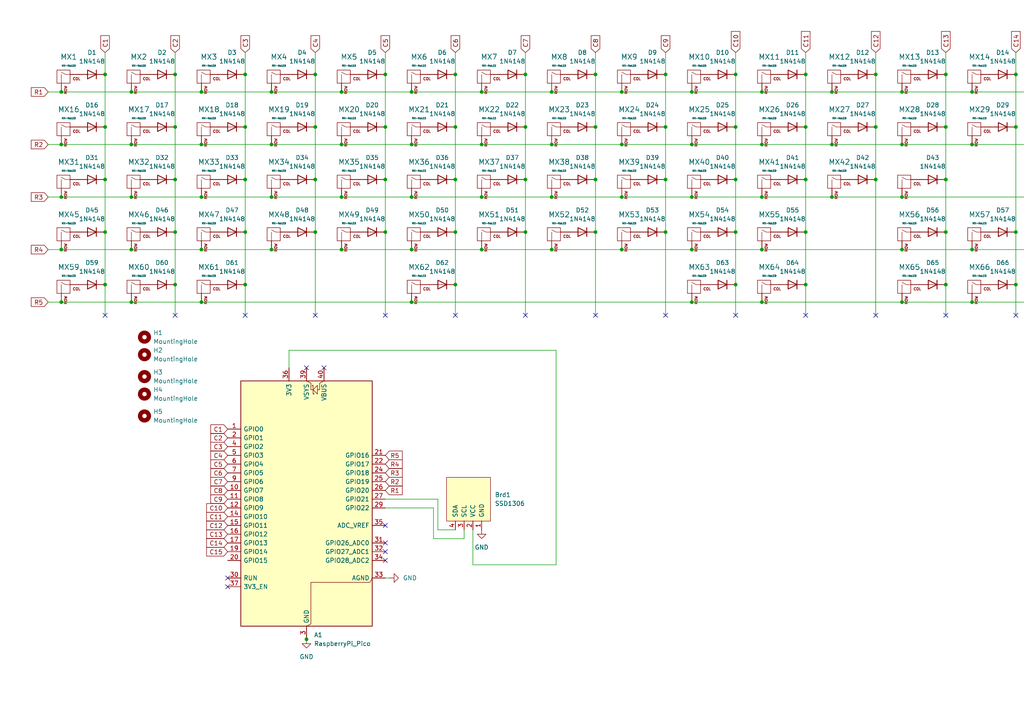
<source format=kicad_sch>
(kicad_sch (version 20250114) (generator "eeschema") (generator_version "9.0")
  (paper "A4")
  (lib_symbols
    (symbol "Diode:1N4148" (pin_numbers (hide yes)) (pin_names (hide yes))
      (property "Reference" "D" (at 0 2.54 0))
      (property "Value" "1N4148" (at 0 -2.54 0))
      (symbol "1N4148_1_1"
        (pin passive line (at -3.81 0 0) (length 2.54) (name "K") (number "1"))
        (pin passive line (at 3.81 0 180) (length 2.54) (name "A") (number "2"))
      )
    )
    (symbol "Mechanical:MountingHole" (pin_names (offset 1.016)) (in_bom no)
      (property "Reference" "H" (at 0 5.08 0))
      (property "Value" "MountingHole" (at 0 3.175 0))
    )
    (symbol "OLED:SSD1306" (pin_names (offset 1.016))
      (property "Reference" "Brd" (at 0 -3.81 0))
      (property "Value" "SSD1306" (at 0 -1.27 0))
      (symbol "SSD1306_1_1"
        (pin input line (at -3.81 8.89 270) (length 2.54) (name "GND") (number "1"))
        (pin input line (at -1.27 8.89 270) (length 2.54) (name "VCC") (number "2"))
        (pin input line (at 1.27 8.89 270) (length 2.54) (name "SCL") (number "3"))
        (pin input line (at 3.81 8.89 270) (length 2.54) (name "SDA") (number "4"))
      )
    )
    (symbol "mx:MX-NoLED" (pin_names (offset 1.016))
      (property "Reference" "MX" (at -0.635 3.81 0))
      (property "Value" "MX-NoLED" (at -0.635 1.27 0))
      (symbol "MX-NoLED_0_0"
        (text "ROW" (at 0 -1.905 900) (effects (font (size 0.762 0.762)) (justify right)))
        (text "COL" (at 3.175 0 0) (effects (font (size 0.762 0.762))))
      )
      (symbol "MX-NoLED_1_1"
        (pin passive line (at -1.27 -3.81 90) (length 2.54) (name "ROW") (number "2"))
        (pin passive line (at 3.81 1.27 180) (length 2.54) (name "COL") (number "1"))
      )
    )
    (symbol "pico:RaspberryPi_Pico" (pin_names (offset 0.762))
      (property "Reference" "A" (at -19.05 38.1 0))
      (property "Value" "RaspberryPi_Pico" (at 7.62 38.1 0))
      (symbol "RaspberryPi_Pico_1_1"
        (pin bidirectional line (at -22.86 22.86 0) (length 3.81) (name "GPIO0") (number "1"))
        (pin bidirectional line (at -22.86 20.32 0) (length 3.81) (name "GPIO1") (number "2"))
        (pin bidirectional line (at -22.86 17.78 0) (length 3.81) (name "GPIO2") (number "4"))
        (pin bidirectional line (at -22.86 15.24 0) (length 3.81) (name "GPIO3") (number "5"))
        (pin bidirectional line (at -22.86 12.7 0) (length 3.81) (name "GPIO4") (number "6"))
        (pin bidirectional line (at -22.86 10.16 0) (length 3.81) (name "GPIO5") (number "7"))
        (pin bidirectional line (at -22.86 7.62 0) (length 3.81) (name "GPIO6") (number "9"))
        (pin bidirectional line (at -22.86 5.08 0) (length 3.81) (name "GPIO7") (number "10"))
        (pin bidirectional line (at -22.86 2.54 0) (length 3.81) (name "GPIO8") (number "11"))
        (pin bidirectional line (at -22.86 0 0) (length 3.81) (name "GPIO9") (number "12"))
        (pin bidirectional line (at -22.86 -2.54 0) (length 3.81) (name "GPIO10") (number "14"))
        (pin bidirectional line (at -22.86 -5.08 0) (length 3.81) (name "GPIO11") (number "15"))
        (pin bidirectional line (at -22.86 -7.62 0) (length 3.81) (name "GPIO12") (number "16"))
        (pin bidirectional line (at -22.86 -10.16 0) (length 3.81) (name "GPIO13") (number "17"))
        (pin bidirectional line (at -22.86 -12.7 0) (length 3.81) (name "GPIO14") (number "19"))
        (pin bidirectional line (at -22.86 -15.24 0) (length 3.81) (name "GPIO15") (number "20"))
        (pin input line (at -22.86 -20.32 0) (length 3.81) (name "RUN") (number "30"))
        (pin input line (at -22.86 -22.86 0) (length 3.81) (name "3V3_EN") (number "37"))
        (pin power_out line (at -5.08 40.64 270) (length 3.81) (name "3V3") (number "36"))
        (pin power_in line (at 0 40.64 270) (length 3.81) (name "VSYS") (number "39"))
        (pin passive line (at 0 -38.1 90) (length 3.81) (hide yes) (name "GND") (number "13"))
        (pin passive line (at 0 -38.1 90) (length 3.81) (hide yes) (name "GND") (number "18"))
        (pin passive line (at 0 -38.1 90) (length 3.81) (hide yes) (name "GND") (number "23"))
        (pin passive line (at 0 -38.1 90) (length 3.81) (hide yes) (name "GND") (number "28"))
        (pin power_out line (at 0 -38.1 90) (length 3.81) (name "GND") (number "3"))
        (pin passive line (at 0 -38.1 90) (length 3.81) (hide yes) (name "GND") (number "38"))
        (pin passive line (at 0 -38.1 90) (length 3.81) (hide yes) (name "GND") (number "8"))
        (pin power_out line (at 5.08 40.64 270) (length 3.81) (name "VBUS") (number "40"))
        (pin bidirectional line (at 22.86 15.24 180) (length 3.81) (name "GPIO16") (number "21"))
        (pin bidirectional line (at 22.86 12.7 180) (length 3.81) (name "GPIO17") (number "22"))
        (pin bidirectional line (at 22.86 10.16 180) (length 3.81) (name "GPIO18") (number "24"))
        (pin bidirectional line (at 22.86 7.62 180) (length 3.81) (name "GPIO19") (number "25"))
        (pin bidirectional line (at 22.86 5.08 180) (length 3.81) (name "GPIO20") (number "26"))
        (pin bidirectional line (at 22.86 2.54 180) (length 3.81) (name "GPIO21") (number "27"))
        (pin bidirectional line (at 22.86 0 180) (length 3.81) (name "GPIO22") (number "29"))
        (pin power_in line (at 22.86 -5.08 180) (length 3.81) (name "ADC_VREF") (number "35"))
        (pin bidirectional line (at 22.86 -10.16 180) (length 3.81) (name "GPIO26_ADC0") (number "31"))
        (pin bidirectional line (at 22.86 -12.7 180) (length 3.81) (name "GPIO27_ADC1") (number "32"))
        (pin bidirectional line (at 22.86 -15.24 180) (length 3.81) (name "GPIO28_ADC2") (number "34"))
        (pin power_out line (at 22.86 -20.32 180) (length 3.81) (name "AGND") (number "33"))
      )
    )
    (symbol "power:GND" (power) (pin_numbers (hide yes)) (pin_names (offset 0) (hide yes))
      (property "Value" "GND" (at 0 -3.81 0))
      (symbol "GND_1_1"
        (pin power_in line (at 0 0 270) (length 0) (name "~") (number "1"))
      )
    )
  )
  (junction (at 58.42 41.91))
  (junction (at 139.7 26.67))
  (junction (at 241.3 41.91))
  (junction (at 302.26 41.91))
  (junction (at 233.68 52.07))
  (junction (at 213.36 36.83))
  (junction (at 58.42 72.39))
  (junction (at 38.1 87.63))
  (junction (at 111.76 52.07))
  (junction (at 172.72 36.83))
  (junction (at 193.04 36.83))
  (junction (at 78.74 57.15))
  (junction (at 78.74 26.67))
  (junction (at 200.66 72.39))
  (junction (at 281.94 87.63))
  (junction (at 132.08 36.83))
  (junction (at 261.62 72.39))
  (junction (at 180.34 41.91))
  (junction (at 71.12 82.55))
  (junction (at 294.64 36.83))
  (junction (at 274.32 52.07))
  (junction (at 213.36 82.55))
  (junction (at 139.7 41.91))
  (junction (at 220.98 41.91))
  (junction (at 302.26 72.39))
  (junction (at 38.1 72.39))
  (junction (at 58.42 87.63))
  (junction (at 17.78 57.15))
  (junction (at 220.98 72.39))
  (junction (at 302.26 87.63))
  (junction (at 71.12 67.31))
  (junction (at 281.94 41.91))
  (junction (at 132.08 21.59))
  (junction (at 58.42 26.67))
  (junction (at 88.9 185.42))
  (junction (at 58.42 57.15))
  (junction (at 50.8 82.55))
  (junction (at 50.8 52.07))
  (junction (at 281.94 26.67))
  (junction (at 99.06 72.39))
  (junction (at 160.02 26.67))
  (junction (at 274.32 36.83))
  (junction (at 314.96 36.83))
  (junction (at 160.02 72.39))
  (junction (at 220.98 87.63))
  (junction (at 233.68 36.83))
  (junction (at 91.44 52.07))
  (junction (at 302.26 57.15))
  (junction (at 91.44 67.31))
  (junction (at 302.26 26.67))
  (junction (at 152.4 21.59))
  (junction (at 213.36 21.59))
  (junction (at 233.68 21.59))
  (junction (at 139.7 72.39))
  (junction (at 160.02 41.91))
  (junction (at 119.38 57.15))
  (junction (at 30.48 82.55))
  (junction (at 281.94 72.39))
  (junction (at 139.7 57.15))
  (junction (at 38.1 57.15))
  (junction (at 111.76 67.31))
  (junction (at 119.38 26.67))
  (junction (at 294.64 67.31))
  (junction (at 99.06 57.15))
  (junction (at 254 52.07))
  (junction (at 172.72 67.31))
  (junction (at 99.06 26.67))
  (junction (at 314.96 21.59))
  (junction (at 294.64 82.55))
  (junction (at 30.48 52.07))
  (junction (at 50.8 67.31))
  (junction (at 71.12 21.59))
  (junction (at 172.72 52.07))
  (junction (at 152.4 52.07))
  (junction (at 71.12 36.83))
  (junction (at 111.76 21.59))
  (junction (at 200.66 26.67))
  (junction (at 261.62 26.67))
  (junction (at 152.4 36.83))
  (junction (at 314.96 67.31))
  (junction (at 193.04 52.07))
  (junction (at 119.38 87.63))
  (junction (at 294.64 21.59))
  (junction (at 314.96 52.07))
  (junction (at 233.68 82.55))
  (junction (at 17.78 87.63))
  (junction (at 17.78 72.39))
  (junction (at 254 21.59))
  (junction (at 213.36 67.31))
  (junction (at 78.74 41.91))
  (junction (at 119.38 72.39))
  (junction (at 180.34 57.15))
  (junction (at 180.34 26.67))
  (junction (at 17.78 41.91))
  (junction (at 99.06 41.91))
  (junction (at 220.98 26.67))
  (junction (at 200.66 87.63))
  (junction (at 91.44 36.83))
  (junction (at 38.1 26.67))
  (junction (at 261.62 87.63))
  (junction (at 38.1 41.91))
  (junction (at 91.44 21.59))
  (junction (at 314.96 82.55))
  (junction (at 160.02 57.15))
  (junction (at 241.3 26.67))
  (junction (at 233.68 67.31))
  (junction (at 220.98 57.15))
  (junction (at 274.32 82.55))
  (junction (at 17.78 26.67))
  (junction (at 261.62 41.91))
  (junction (at 213.36 52.07))
  (junction (at 172.72 21.59))
  (junction (at 254 36.83))
  (junction (at 261.62 57.15))
  (junction (at 50.8 36.83))
  (junction (at 50.8 21.59))
  (junction (at 274.32 21.59))
  (junction (at 200.66 41.91))
  (junction (at 119.38 41.91))
  (junction (at 132.08 82.55))
  (junction (at 30.48 36.83))
  (junction (at 71.12 52.07))
  (junction (at 152.4 67.31))
  (junction (at 111.76 36.83))
  (junction (at 30.48 67.31))
  (junction (at 200.66 57.15))
  (junction (at 30.48 21.59))
  (junction (at 241.3 57.15))
  (junction (at 78.74 72.39))
  (junction (at 132.08 52.07))
  (junction (at 132.08 67.31))
  (junction (at 193.04 67.31))
  (junction (at 180.34 72.39))
  (junction (at 274.32 67.31))
  (junction (at 193.04 21.59))
  (no_connect (at 172.72 91.44))
  (no_connect (at 213.36 91.44))
  (no_connect (at 318.77 57.15))
  (no_connect (at 152.4 91.44))
  (no_connect (at 318.77 72.39))
  (no_connect (at 318.77 26.67))
  (no_connect (at 314.96 91.44))
  (no_connect (at 111.76 157.48))
  (no_connect (at 318.77 87.63))
  (no_connect (at 193.04 91.44))
  (no_connect (at 30.48 91.44))
  (no_connect (at 50.8 91.44))
  (no_connect (at 111.76 162.56))
  (no_connect (at 66.04 167.64))
  (no_connect (at 254 91.44))
  (no_connect (at 132.08 91.44))
  (no_connect (at 318.77 41.91))
  (no_connect (at 111.76 160.02))
  (no_connect (at 274.32 91.44))
  (no_connect (at 233.68 91.44))
  (no_connect (at 93.98 106.68))
  (no_connect (at 111.76 91.44))
  (no_connect (at 294.64 91.44))
  (no_connect (at 111.76 152.4))
  (no_connect (at 66.04 170.18))
  (no_connect (at 88.9 106.68))
  (no_connect (at 91.44 91.44))
  (no_connect (at 71.12 91.44))
  (wire (pts (xy 13.97 57.15) (xy 17.78 57.15)))
  (wire (pts (xy 132.08 67.31) (xy 132.08 82.55)))
  (wire (pts (xy 88.9 184.15) (xy 88.9 185.42)))
  (wire (pts (xy 91.44 15.24) (xy 91.44 21.59)))
  (wire (pts (xy 58.42 72.39) (xy 78.74 72.39)))
  (wire (pts (xy 281.94 26.67) (xy 302.26 26.67)))
  (wire (pts (xy 294.64 15.24) (xy 294.64 21.59)))
  (wire (pts (xy 13.97 87.63) (xy 17.78 87.63)))
  (wire (pts (xy 314.96 36.83) (xy 314.96 52.07)))
  (wire (pts (xy 152.4 67.31) (xy 152.4 91.44)))
  (wire (pts (xy 78.74 72.39) (xy 99.06 72.39)))
  (wire (pts (xy 274.32 67.31) (xy 274.32 82.55)))
  (wire (pts (xy 78.74 41.91) (xy 99.06 41.91)))
  (wire (pts (xy 261.62 26.67) (xy 281.94 26.67)))
  (wire (pts (xy 132.08 36.83) (xy 132.08 52.07)))
  (wire (pts (xy 139.7 26.67) (xy 160.02 26.67)))
  (wire (pts (xy 132.08 52.07) (xy 132.08 67.31)))
  (wire (pts (xy 152.4 15.24) (xy 152.4 21.59)))
  (wire (pts (xy 152.4 36.83) (xy 152.4 52.07)))
  (wire (pts (xy 172.72 67.31) (xy 172.72 91.44)))
  (wire (pts (xy 50.8 67.31) (xy 50.8 82.55)))
  (wire (pts (xy 233.68 36.83) (xy 233.68 52.07)))
  (wire (pts (xy 125.73 156.21) (xy 125.73 147.32)))
  (wire (pts (xy 99.06 57.15) (xy 119.38 57.15)))
  (wire (pts (xy 13.97 26.67) (xy 17.78 26.67)))
  (wire (pts (xy 71.12 21.59) (xy 71.12 36.83)))
  (wire (pts (xy 213.36 82.55) (xy 213.36 91.44)))
  (wire (pts (xy 99.06 26.67) (xy 119.38 26.67)))
  (wire (pts (xy 17.78 72.39) (xy 38.1 72.39)))
  (wire (pts (xy 17.78 41.91) (xy 38.1 41.91)))
  (wire (pts (xy 220.98 72.39) (xy 261.62 72.39)))
  (wire (pts (xy 127 153.67) (xy 127 144.78)))
  (wire (pts (xy 119.38 87.63) (xy 200.66 87.63)))
  (wire (pts (xy 160.02 41.91) (xy 180.34 41.91)))
  (wire (pts (xy 50.8 36.83) (xy 50.8 52.07)))
  (wire (pts (xy 261.62 41.91) (xy 281.94 41.91)))
  (wire (pts (xy 38.1 87.63) (xy 58.42 87.63)))
  (wire (pts (xy 119.38 26.67) (xy 139.7 26.67)))
  (wire (pts (xy 233.68 67.31) (xy 233.68 82.55)))
  (wire (pts (xy 119.38 57.15) (xy 139.7 57.15)))
  (wire (pts (xy 274.32 15.24) (xy 274.32 21.59)))
  (wire (pts (xy 274.32 82.55) (xy 274.32 91.44)))
  (wire (pts (xy 220.98 26.67) (xy 241.3 26.67)))
  (wire (pts (xy 50.8 15.24) (xy 50.8 21.59)))
  (wire (pts (xy 30.48 15.24) (xy 30.48 21.59)))
  (wire (pts (xy 254 15.24) (xy 254 21.59)))
  (wire (pts (xy 161.29 163.83) (xy 161.29 101.6)))
  (wire (pts (xy 71.12 36.83) (xy 71.12 52.07)))
  (wire (pts (xy 139.7 41.91) (xy 160.02 41.91)))
  (wire (pts (xy 302.26 57.15) (xy 318.77 57.15)))
  (wire (pts (xy 220.98 41.91) (xy 241.3 41.91)))
  (wire (pts (xy 134.62 153.67) (xy 134.62 156.21)))
  (wire (pts (xy 193.04 52.07) (xy 193.04 67.31)))
  (wire (pts (xy 17.78 87.63) (xy 38.1 87.63)))
  (wire (pts (xy 302.26 26.67) (xy 318.77 26.67)))
  (wire (pts (xy 180.34 72.39) (xy 200.66 72.39)))
  (wire (pts (xy 213.36 67.31) (xy 213.36 82.55)))
  (wire (pts (xy 111.76 67.31) (xy 111.76 91.44)))
  (wire (pts (xy 30.48 52.07) (xy 30.48 67.31)))
  (wire (pts (xy 50.8 82.55) (xy 50.8 91.44)))
  (wire (pts (xy 314.96 67.31) (xy 314.96 82.55)))
  (wire (pts (xy 71.12 82.55) (xy 71.12 91.44)))
  (wire (pts (xy 99.06 41.91) (xy 119.38 41.91)))
  (wire (pts (xy 13.97 72.39) (xy 17.78 72.39)))
  (wire (pts (xy 111.76 15.24) (xy 111.76 21.59)))
  (wire (pts (xy 91.44 52.07) (xy 91.44 67.31)))
  (wire (pts (xy 58.42 57.15) (xy 78.74 57.15)))
  (wire (pts (xy 220.98 57.15) (xy 241.3 57.15)))
  (wire (pts (xy 302.26 87.63) (xy 318.77 87.63)))
  (wire (pts (xy 17.78 57.15) (xy 38.1 57.15)))
  (wire (pts (xy 71.12 15.24) (xy 71.12 21.59)))
  (wire (pts (xy 137.16 153.67) (xy 137.16 163.83)))
  (wire (pts (xy 111.76 21.59) (xy 111.76 36.83)))
  (wire (pts (xy 13.97 41.91) (xy 17.78 41.91)))
  (wire (pts (xy 132.08 21.59) (xy 132.08 36.83)))
  (wire (pts (xy 241.3 41.91) (xy 261.62 41.91)))
  (wire (pts (xy 139.7 57.15) (xy 160.02 57.15)))
  (wire (pts (xy 111.76 52.07) (xy 111.76 67.31)))
  (wire (pts (xy 314.96 15.24) (xy 314.96 21.59)))
  (wire (pts (xy 71.12 67.31) (xy 71.12 82.55)))
  (wire (pts (xy 193.04 36.83) (xy 193.04 52.07)))
  (wire (pts (xy 30.48 21.59) (xy 30.48 36.83)))
  (wire (pts (xy 314.96 52.07) (xy 314.96 67.31)))
  (wire (pts (xy 294.64 82.55) (xy 294.64 91.44)))
  (wire (pts (xy 200.66 87.63) (xy 220.98 87.63)))
  (wire (pts (xy 152.4 21.59) (xy 152.4 36.83)))
  (wire (pts (xy 274.32 21.59) (xy 274.32 36.83)))
  (wire (pts (xy 302.26 72.39) (xy 318.77 72.39)))
  (wire (pts (xy 220.98 87.63) (xy 261.62 87.63)))
  (wire (pts (xy 172.72 21.59) (xy 172.72 36.83)))
  (wire (pts (xy 200.66 41.91) (xy 220.98 41.91)))
  (wire (pts (xy 193.04 15.24) (xy 193.04 21.59)))
  (wire (pts (xy 58.42 26.67) (xy 78.74 26.67)))
  (wire (pts (xy 233.68 82.55) (xy 233.68 91.44)))
  (wire (pts (xy 83.82 101.6) (xy 83.82 106.68)))
  (wire (pts (xy 274.32 36.83) (xy 274.32 52.07)))
  (wire (pts (xy 17.78 26.67) (xy 38.1 26.67)))
  (wire (pts (xy 38.1 72.39) (xy 58.42 72.39)))
  (wire (pts (xy 180.34 41.91) (xy 200.66 41.91)))
  (wire (pts (xy 172.72 52.07) (xy 172.72 67.31)))
  (wire (pts (xy 261.62 87.63) (xy 281.94 87.63)))
  (wire (pts (xy 119.38 72.39) (xy 139.7 72.39)))
  (wire (pts (xy 119.38 41.91) (xy 139.7 41.91)))
  (wire (pts (xy 134.62 156.21) (xy 125.73 156.21)))
  (wire (pts (xy 213.36 21.59) (xy 213.36 36.83)))
  (wire (pts (xy 38.1 41.91) (xy 58.42 41.91)))
  (wire (pts (xy 152.4 52.07) (xy 152.4 67.31)))
  (wire (pts (xy 160.02 72.39) (xy 180.34 72.39)))
  (wire (pts (xy 193.04 67.31) (xy 193.04 91.44)))
  (wire (pts (xy 233.68 15.24) (xy 233.68 21.59)))
  (wire (pts (xy 180.34 26.67) (xy 200.66 26.67)))
  (wire (pts (xy 233.68 21.59) (xy 233.68 36.83)))
  (wire (pts (xy 254 36.83) (xy 254 52.07)))
  (wire (pts (xy 254 52.07) (xy 254 91.44)))
  (wire (pts (xy 91.44 67.31) (xy 91.44 91.44)))
  (wire (pts (xy 113.03 167.64) (xy 111.76 167.64)))
  (wire (pts (xy 58.42 87.63) (xy 119.38 87.63)))
  (wire (pts (xy 213.36 36.83) (xy 213.36 52.07)))
  (wire (pts (xy 58.42 41.91) (xy 78.74 41.91)))
  (wire (pts (xy 241.3 57.15) (xy 261.62 57.15)))
  (wire (pts (xy 294.64 36.83) (xy 294.64 67.31)))
  (wire (pts (xy 111.76 36.83) (xy 111.76 52.07)))
  (wire (pts (xy 139.7 72.39) (xy 160.02 72.39)))
  (wire (pts (xy 132.08 153.67) (xy 127 153.67)))
  (wire (pts (xy 91.44 21.59) (xy 91.44 36.83)))
  (wire (pts (xy 281.94 87.63) (xy 302.26 87.63)))
  (wire (pts (xy 91.44 36.83) (xy 91.44 52.07)))
  (wire (pts (xy 261.62 57.15) (xy 302.26 57.15)))
  (wire (pts (xy 261.62 72.39) (xy 281.94 72.39)))
  (wire (pts (xy 137.16 163.83) (xy 161.29 163.83)))
  (wire (pts (xy 50.8 52.07) (xy 50.8 67.31)))
  (wire (pts (xy 71.12 52.07) (xy 71.12 67.31)))
  (wire (pts (xy 213.36 52.07) (xy 213.36 67.31)))
  (wire (pts (xy 274.32 52.07) (xy 274.32 67.31)))
  (wire (pts (xy 161.29 101.6) (xy 83.82 101.6)))
  (wire (pts (xy 38.1 57.15) (xy 58.42 57.15)))
  (wire (pts (xy 30.48 67.31) (xy 30.48 82.55)))
  (wire (pts (xy 78.74 26.67) (xy 99.06 26.67)))
  (wire (pts (xy 281.94 41.91) (xy 302.26 41.91)))
  (wire (pts (xy 132.08 82.55) (xy 132.08 91.44)))
  (wire (pts (xy 314.96 82.55) (xy 314.96 91.44)))
  (wire (pts (xy 160.02 26.67) (xy 180.34 26.67)))
  (wire (pts (xy 172.72 15.24) (xy 172.72 21.59)))
  (wire (pts (xy 200.66 57.15) (xy 220.98 57.15)))
  (wire (pts (xy 294.64 21.59) (xy 294.64 36.83)))
  (wire (pts (xy 132.08 15.24) (xy 132.08 21.59)))
  (wire (pts (xy 200.66 72.39) (xy 220.98 72.39)))
  (wire (pts (xy 302.26 41.91) (xy 318.77 41.91)))
  (wire (pts (xy 241.3 26.67) (xy 261.62 26.67)))
  (wire (pts (xy 200.66 26.67) (xy 220.98 26.67)))
  (wire (pts (xy 180.34 57.15) (xy 200.66 57.15)))
  (wire (pts (xy 50.8 21.59) (xy 50.8 36.83)))
  (wire (pts (xy 127 144.78) (xy 111.76 144.78)))
  (wire (pts (xy 111.76 147.32) (xy 125.73 147.32)))
  (wire (pts (xy 38.1 26.67) (xy 58.42 26.67)))
  (wire (pts (xy 30.48 82.55) (xy 30.48 91.44)))
  (wire (pts (xy 172.72 36.83) (xy 172.72 52.07)))
  (wire (pts (xy 78.74 57.15) (xy 99.06 57.15)))
  (wire (pts (xy 193.04 21.59) (xy 193.04 36.83)))
  (wire (pts (xy 281.94 72.39) (xy 302.26 72.39)))
  (wire (pts (xy 254 21.59) (xy 254 36.83)))
  (wire (pts (xy 314.96 21.59) (xy 314.96 36.83)))
  (wire (pts (xy 30.48 36.83) (xy 30.48 52.07)))
  (wire (pts (xy 294.64 67.31) (xy 294.64 82.55)))
  (wire (pts (xy 233.68 52.07) (xy 233.68 67.31)))
  (wire (pts (xy 213.36 15.24) (xy 213.36 21.59)))
  (wire (pts (xy 99.06 72.39) (xy 119.38 72.39)))
  (wire (pts (xy 160.02 57.15) (xy 180.34 57.15)))
  (global_label "C6" (shape input) (at 132.08 15.24 90) (property "Intersheetrefs" "${INTERSHEET_REFS}" (effects (hide yes))))
  (global_label "C8" (shape input) (at 66.04 142.24 180) (property "Intersheetrefs" "${INTERSHEET_REFS}" (effects (hide yes))))
  (global_label "R2" (shape input) (at 111.76 139.7 0) (property "Intersheetrefs" "${INTERSHEET_REFS}" (effects (hide yes))))
  (global_label "C2" (shape input) (at 50.8 15.24 90) (property "Intersheetrefs" "${INTERSHEET_REFS}" (effects (hide yes))))
  (global_label "C12" (shape input) (at 66.04 152.4 180) (property "Intersheetrefs" "${INTERSHEET_REFS}" (effects (hide yes))))
  (global_label "C14" (shape input) (at 66.04 157.48 180) (property "Intersheetrefs" "${INTERSHEET_REFS}" (effects (hide yes))))
  (global_label "C3" (shape input) (at 71.12 15.24 90) (property "Intersheetrefs" "${INTERSHEET_REFS}" (effects (hide yes))))
  (global_label "C5" (shape input) (at 111.76 15.24 90) (property "Intersheetrefs" "${INTERSHEET_REFS}" (effects (hide yes))))
  (global_label "R3" (shape input) (at 111.76 137.16 0) (property "Intersheetrefs" "${INTERSHEET_REFS}" (effects (hide yes))))
  (global_label "C5" (shape input) (at 66.04 134.62 180) (property "Intersheetrefs" "${INTERSHEET_REFS}" (effects (hide yes))))
  (global_label "C8" (shape input) (at 172.72 15.24 90) (property "Intersheetrefs" "${INTERSHEET_REFS}" (effects (hide yes))))
  (global_label "C3" (shape input) (at 66.04 129.54 180) (property "Intersheetrefs" "${INTERSHEET_REFS}" (effects (hide yes))))
  (global_label "C10" (shape input) (at 66.04 147.32 180) (property "Intersheetrefs" "${INTERSHEET_REFS}" (effects (hide yes))))
  (global_label "C15" (shape input) (at 66.04 160.02 180) (property "Intersheetrefs" "${INTERSHEET_REFS}" (effects (hide yes))))
  (global_label "C10" (shape input) (at 213.36 15.24 90) (property "Intersheetrefs" "${INTERSHEET_REFS}" (effects (hide yes))))
  (global_label "C9" (shape input) (at 193.04 15.24 90) (property "Intersheetrefs" "${INTERSHEET_REFS}" (effects (hide yes))))
  (global_label "C13" (shape input) (at 66.04 154.94 180) (property "Intersheetrefs" "${INTERSHEET_REFS}" (effects (hide yes))))
  (global_label "C7" (shape input) (at 66.04 139.7 180) (property "Intersheetrefs" "${INTERSHEET_REFS}" (effects (hide yes))))
  (global_label "R5" (shape input) (at 111.76 132.08 0) (property "Intersheetrefs" "${INTERSHEET_REFS}" (effects (hide yes))))
  (global_label "C14" (shape input) (at 294.64 15.24 90) (property "Intersheetrefs" "${INTERSHEET_REFS}" (effects (hide yes))))
  (global_label "C6" (shape input) (at 66.04 137.16 180) (property "Intersheetrefs" "${INTERSHEET_REFS}" (effects (hide yes))))
  (global_label "R5" (shape input) (at 13.97 87.63 180) (property "Intersheetrefs" "${INTERSHEET_REFS}" (effects (hide yes))))
  (global_label "R4" (shape input) (at 13.97 72.39 180) (property "Intersheetrefs" "${INTERSHEET_REFS}" (effects (hide yes))))
  (global_label "R1" (shape input) (at 13.97 26.67 180) (property "Intersheetrefs" "${INTERSHEET_REFS}" (effects (hide yes))))
  (global_label "R1" (shape input) (at 111.76 142.24 0) (property "Intersheetrefs" "${INTERSHEET_REFS}" (effects (hide yes))))
  (global_label "C11" (shape input) (at 66.04 149.86 180) (property "Intersheetrefs" "${INTERSHEET_REFS}" (effects (hide yes))))
  (global_label "C4" (shape input) (at 66.04 132.08 180) (property "Intersheetrefs" "${INTERSHEET_REFS}" (effects (hide yes))))
  (global_label "C4" (shape input) (at 91.44 15.24 90) (property "Intersheetrefs" "${INTERSHEET_REFS}" (effects (hide yes))))
  (global_label "C9" (shape input) (at 66.04 144.78 180) (property "Intersheetrefs" "${INTERSHEET_REFS}" (effects (hide yes))))
  (global_label "C1" (shape input) (at 30.48 15.24 90) (property "Intersheetrefs" "${INTERSHEET_REFS}" (effects (hide yes))))
  (global_label "R3" (shape input) (at 13.97 57.15 180) (property "Intersheetrefs" "${INTERSHEET_REFS}" (effects (hide yes))))
  (global_label "C15" (shape input) (at 314.96 15.24 90) (property "Intersheetrefs" "${INTERSHEET_REFS}" (effects (hide yes))))
  (global_label "C11" (shape input) (at 233.68 15.24 90) (property "Intersheetrefs" "${INTERSHEET_REFS}" (effects (hide yes))))
  (global_label "C13" (shape input) (at 274.32 15.24 90) (property "Intersheetrefs" "${INTERSHEET_REFS}" (effects (hide yes))))
  (global_label "R2" (shape input) (at 13.97 41.91 180) (property "Intersheetrefs" "${INTERSHEET_REFS}" (effects (hide yes))))
  (global_label "C12" (shape input) (at 254 15.24 90) (property "Intersheetrefs" "${INTERSHEET_REFS}" (effects (hide yes))))
  (global_label "R4" (shape input) (at 111.76 134.62 0) (property "Intersheetrefs" "${INTERSHEET_REFS}" (effects (hide yes))))
  (global_label "C1" (shape input) (at 66.04 124.46 180) (property "Intersheetrefs" "${INTERSHEET_REFS}" (effects (hide yes))))
  (global_label "C2" (shape input) (at 66.04 127 180) (property "Intersheetrefs" "${INTERSHEET_REFS}" (effects (hide yes))))
  (global_label "C7" (shape input) (at 152.4 15.24 90) (property "Intersheetrefs" "${INTERSHEET_REFS}" (effects (hide yes))))
  (symbol (lib_id "mx:MX-NoLED") (at 161.29 68.58 0) (unit 1)
    (property "Reference" "MX52" (at 162.1852 62.23 0) (effects (font (size 1.524 1.524))))
    (property "Value" "MX-NoLED" (at 162.1852 64.77 0) (effects (font (size 0.508 0.508))))
    (property "Footprint" "MX:MXOnly-1U-NoLED" (effects (hide yes)))
  )
  (symbol (lib_id "Diode:1N4148") (at 128.27 21.59 180) (unit 1)
    (property "Reference" "D6" (at 128.27 15.24 0))
    (property "Value" "1N4148" (at 128.27 17.78 0))
    (property "Footprint" "Diode_THT:D_DO-35_SOD27_P7.62mm_Horizontal" (effects (hide yes)))
    (property "Datasheet" "https://assets.nexperia.com/documents/data-sheet/1N4148_1N4448.pdf" (effects (hide yes)))
    (property "Description" "100V 0.15A standard switching diode, DO-35" (effects (hide yes)))
    (property "Sim.Device" "D" (effects (hide yes)))
    (property "Sim.Pins" "1=K 2=A" (effects (hide yes)))
  )
  (symbol (lib_id "mx:MX-NoLED") (at 80.01 38.1 0) (unit 1)
    (property "Reference" "MX19" (at 80.9052 31.75 0) (effects (font (size 1.524 1.524))))
    (property "Value" "MX-NoLED" (at 80.9052 34.29 0) (effects (font (size 0.508 0.508))))
    (property "Footprint" "MX:MXOnly-1U-NoLED" (effects (hide yes)))
  )
  (symbol (lib_id "Diode:1N4148") (at 189.23 67.31 180) (unit 1)
    (property "Reference" "D53" (at 189.23 60.96 0))
    (property "Value" "1N4148" (at 189.23 63.5 0))
    (property "Footprint" "Diode_THT:D_DO-35_SOD27_P7.62mm_Horizontal" (effects (hide yes)))
    (property "Datasheet" "https://assets.nexperia.com/documents/data-sheet/1N4148_1N4448.pdf" (effects (hide yes)))
    (property "Description" "100V 0.15A standard switching diode, DO-35" (effects (hide yes)))
    (property "Sim.Device" "D" (effects (hide yes)))
    (property "Sim.Pins" "1=K 2=A" (effects (hide yes)))
  )
  (symbol (lib_id "Diode:1N4148") (at 189.23 52.07 180) (unit 1)
    (property "Reference" "D39" (at 189.23 45.72 0))
    (property "Value" "1N4148" (at 189.23 48.26 0))
    (property "Footprint" "Diode_THT:D_DO-35_SOD27_P7.62mm_Horizontal" (effects (hide yes)))
    (property "Datasheet" "https://assets.nexperia.com/documents/data-sheet/1N4148_1N4448.pdf" (effects (hide yes)))
    (property "Description" "100V 0.15A standard switching diode, DO-35" (effects (hide yes)))
    (property "Sim.Device" "D" (effects (hide yes)))
    (property "Sim.Pins" "1=K 2=A" (effects (hide yes)))
  )
  (symbol (lib_id "Diode:1N4148") (at 128.27 36.83 180) (unit 1)
    (property "Reference" "D21" (at 128.27 30.48 0))
    (property "Value" "1N4148" (at 128.27 33.02 0))
    (property "Footprint" "Diode_THT:D_DO-35_SOD27_P7.62mm_Horizontal" (effects (hide yes)))
    (property "Datasheet" "https://assets.nexperia.com/documents/data-sheet/1N4148_1N4448.pdf" (effects (hide yes)))
    (property "Description" "100V 0.15A standard switching diode, DO-35" (effects (hide yes)))
    (property "Sim.Device" "D" (effects (hide yes)))
    (property "Sim.Pins" "1=K 2=A" (effects (hide yes)))
  )
  (symbol (lib_id "mx:MX-NoLED") (at 120.65 53.34 0) (unit 1)
    (property "Reference" "MX36" (at 121.5452 46.99 0) (effects (font (size 1.524 1.524))))
    (property "Value" "MX-NoLED" (at 121.5452 49.53 0) (effects (font (size 0.508 0.508))))
    (property "Footprint" "MX:MXOnly-1U-NoLED" (effects (hide yes)))
  )
  (symbol (lib_id "mx:MX-NoLED") (at 161.29 38.1 0) (unit 1)
    (property "Reference" "MX23" (at 162.1852 31.75 0) (effects (font (size 1.524 1.524))))
    (property "Value" "MX-NoLED" (at 162.1852 34.29 0) (effects (font (size 0.508 0.508))))
    (property "Footprint" "MX:MXOnly-1U-NoLED" (effects (hide yes)))
  )
  (symbol (lib_id "Mechanical:MountingHole") (at 41.91 97.79 0) (unit 1) (in_bom no)
    (property "Reference" "H1" (at 44.45 96.5199 0) (effects (justify left)))
    (property "Value" "MountingHole" (at 44.45 99.0599 0) (effects (justify left)))
    (property "Footprint" "MountingHole:MountingHole_3.2mm_M3" (effects (hide yes)))
    (property "Description" "Mounting Hole without connection" (effects (hide yes)))
  )
  (symbol (lib_id "mx:MX-NoLED") (at 39.37 38.1 0) (unit 1)
    (property "Reference" "MX17" (at 40.2652 31.75 0) (effects (font (size 1.524 1.524))))
    (property "Value" "MX-NoLED" (at 40.2652 34.29 0) (effects (font (size 0.508 0.508))))
    (property "Footprint" "MX:MXOnly-1U-NoLED" (effects (hide yes)))
  )
  (symbol (lib_id "mx:MX-NoLED") (at 120.65 83.82 0) (unit 1)
    (property "Reference" "MX62" (at 121.5452 77.47 0) (effects (font (size 1.524 1.524))))
    (property "Value" "MX-NoLED" (at 121.5452 80.01 0) (effects (font (size 0.508 0.508))))
    (property "Footprint" "MX:MXOnly-6.25U-NoLED" (effects (hide yes)))
  )
  (symbol (lib_id "mx:MX-NoLED") (at 262.89 68.58 0) (unit 1)
    (property "Reference" "MX56" (at 263.7852 62.23 0) (effects (font (size 1.524 1.524))))
    (property "Value" "MX-NoLED" (at 263.7852 64.77 0) (effects (font (size 0.508 0.508))))
    (property "Footprint" "MX:MXOnly-1.5U-NoLED" (effects (hide yes)))
  )
  (symbol (lib_id "mx:MX-NoLED") (at 242.57 22.86 0) (unit 1)
    (property "Reference" "MX12" (at 243.4652 16.51 0) (effects (font (size 1.524 1.524))))
    (property "Value" "MX-NoLED" (at 243.4652 19.05 0) (effects (font (size 0.508 0.508))))
    (property "Footprint" "MX:MXOnly-1U-NoLED" (effects (hide yes)))
  )
  (symbol (lib_id "Diode:1N4148") (at 189.23 36.83 180) (unit 1)
    (property "Reference" "D24" (at 189.23 30.48 0))
    (property "Value" "1N4148" (at 189.23 33.02 0))
    (property "Footprint" "Diode_THT:D_DO-35_SOD27_P7.62mm_Horizontal" (effects (hide yes)))
    (property "Datasheet" "https://assets.nexperia.com/documents/data-sheet/1N4148_1N4448.pdf" (effects (hide yes)))
    (property "Description" "100V 0.15A standard switching diode, DO-35" (effects (hide yes)))
    (property "Sim.Device" "D" (effects (hide yes)))
    (property "Sim.Pins" "1=K 2=A" (effects (hide yes)))
  )
  (symbol (lib_id "Diode:1N4148") (at 26.67 82.55 180) (unit 1)
    (property "Reference" "D59" (at 26.67 76.2 0))
    (property "Value" "1N4148" (at 26.67 78.74 0))
    (property "Footprint" "Diode_THT:D_DO-35_SOD27_P7.62mm_Horizontal" (effects (hide yes)))
    (property "Datasheet" "https://assets.nexperia.com/documents/data-sheet/1N4148_1N4448.pdf" (effects (hide yes)))
    (property "Description" "100V 0.15A standard switching diode, DO-35" (effects (hide yes)))
    (property "Sim.Device" "D" (effects (hide yes)))
    (property "Sim.Pins" "1=K 2=A" (effects (hide yes)))
  )
  (symbol (lib_id "mx:MX-NoLED") (at 59.69 53.34 0) (unit 1)
    (property "Reference" "MX33" (at 60.5852 46.99 0) (effects (font (size 1.524 1.524))))
    (property "Value" "MX-NoLED" (at 60.5852 49.53 0) (effects (font (size 0.508 0.508))))
    (property "Footprint" "MX:MXOnly-1U-NoLED" (effects (hide yes)))
  )
  (symbol (lib_id "mx:MX-NoLED") (at 181.61 22.86 0) (unit 1)
    (property "Reference" "MX9" (at 182.5052 16.51 0) (effects (font (size 1.524 1.524))))
    (property "Value" "MX-NoLED" (at 182.5052 19.05 0) (effects (font (size 0.508 0.508))))
    (property "Footprint" "MX:MXOnly-1U-NoLED" (effects (hide yes)))
  )
  (symbol (lib_id "Diode:1N4148") (at 107.95 67.31 180) (unit 1)
    (property "Reference" "D49" (at 107.95 60.96 0))
    (property "Value" "1N4148" (at 107.95 63.5 0))
    (property "Footprint" "Diode_THT:D_DO-35_SOD27_P7.62mm_Horizontal" (effects (hide yes)))
    (property "Datasheet" "https://assets.nexperia.com/documents/data-sheet/1N4148_1N4448.pdf" (effects (hide yes)))
    (property "Description" "100V 0.15A standard switching diode, DO-35" (effects (hide yes)))
    (property "Sim.Device" "D" (effects (hide yes)))
    (property "Sim.Pins" "1=K 2=A" (effects (hide yes)))
  )
  (symbol (lib_id "Diode:1N4148") (at 250.19 52.07 180) (unit 1)
    (property "Reference" "D42" (at 250.19 45.72 0))
    (property "Value" "1N4148" (at 250.19 48.26 0))
    (property "Footprint" "Diode_THT:D_DO-35_SOD27_P7.62mm_Horizontal" (effects (hide yes)))
    (property "Datasheet" "https://assets.nexperia.com/documents/data-sheet/1N4148_1N4448.pdf" (effects (hide yes)))
    (property "Description" "100V 0.15A standard switching diode, DO-35" (effects (hide yes)))
    (property "Sim.Device" "D" (effects (hide yes)))
    (property "Sim.Pins" "1=K 2=A" (effects (hide yes)))
  )
  (symbol (lib_id "Diode:1N4148") (at 189.23 21.59 180) (unit 1)
    (property "Reference" "D9" (at 189.23 15.24 0))
    (property "Value" "1N4148" (at 189.23 17.78 0))
    (property "Footprint" "Diode_THT:D_DO-35_SOD27_P7.62mm_Horizontal" (effects (hide yes)))
    (property "Datasheet" "https://assets.nexperia.com/documents/data-sheet/1N4148_1N4448.pdf" (effects (hide yes)))
    (property "Description" "100V 0.15A standard switching diode, DO-35" (effects (hide yes)))
    (property "Sim.Device" "D" (effects (hide yes)))
    (property "Sim.Pins" "1=K 2=A" (effects (hide yes)))
  )
  (symbol (lib_id "mx:MX-NoLED") (at 303.53 68.58 0) (unit 1)
    (property "Reference" "MX58" (at 304.4252 62.23 0) (effects (font (size 1.524 1.524))))
    (property "Value" "MX-NoLED" (at 304.4252 64.77 0) (effects (font (size 0.508 0.508))))
    (property "Footprint" "MX:MXOnly-1U-NoLED" (effects (hide yes)))
  )
  (symbol (lib_id "mx:MX-NoLED") (at 201.93 22.86 0) (unit 1)
    (property "Reference" "MX10" (at 202.8252 16.51 0) (effects (font (size 1.524 1.524))))
    (property "Value" "MX-NoLED" (at 202.8252 19.05 0) (effects (font (size 0.508 0.508))))
    (property "Footprint" "MX:MXOnly-1U-NoLED" (effects (hide yes)))
  )
  (symbol (lib_id "Diode:1N4148") (at 270.51 82.55 180) (unit 1)
    (property "Reference" "D65" (at 270.51 76.2 0))
    (property "Value" "1N4148" (at 270.51 78.74 0))
    (property "Footprint" "Diode_THT:D_DO-35_SOD27_P7.62mm_Horizontal" (effects (hide yes)))
    (property "Datasheet" "https://assets.nexperia.com/documents/data-sheet/1N4148_1N4448.pdf" (effects (hide yes)))
    (property "Description" "100V 0.15A standard switching diode, DO-35" (effects (hide yes)))
    (property "Sim.Device" "D" (effects (hide yes)))
    (property "Sim.Pins" "1=K 2=A" (effects (hide yes)))
  )
  (symbol (lib_id "Diode:1N4148") (at 26.67 21.59 180) (unit 1)
    (property "Reference" "D1" (at 26.67 15.24 0))
    (property "Value" "1N4148" (at 26.67 17.78 0))
    (property "Footprint" "Diode_THT:D_DO-35_SOD27_P7.62mm_Horizontal" (effects (hide yes)))
    (property "Datasheet" "https://assets.nexperia.com/documents/data-sheet/1N4148_1N4448.pdf" (effects (hide yes)))
    (property "Description" "100V 0.15A standard switching diode, DO-35" (effects (hide yes)))
    (property "Sim.Device" "D" (effects (hide yes)))
    (property "Sim.Pins" "1=K 2=A" (effects (hide yes)))
  )
  (symbol (lib_id "mx:MX-NoLED") (at 161.29 53.34 0) (unit 1)
    (property "Reference" "MX38" (at 162.1852 46.99 0) (effects (font (size 1.524 1.524))))
    (property "Value" "MX-NoLED" (at 162.1852 49.53 0) (effects (font (size 0.508 0.508))))
    (property "Footprint" "MX:MXOnly-1U-NoLED" (effects (hide yes)))
  )
  (symbol (lib_id "mx:MX-NoLED") (at 140.97 38.1 0) (unit 1)
    (property "Reference" "MX22" (at 141.8652 31.75 0) (effects (font (size 1.524 1.524))))
    (property "Value" "MX-NoLED" (at 141.8652 34.29 0) (effects (font (size 0.508 0.508))))
    (property "Footprint" "MX:MXOnly-1U-NoLED" (effects (hide yes)))
  )
  (symbol (lib_id "mx:MX-NoLED") (at 140.97 22.86 0) (unit 1)
    (property "Reference" "MX7" (at 141.8652 16.51 0) (effects (font (size 1.524 1.524))))
    (property "Value" "MX-NoLED" (at 141.8652 19.05 0) (effects (font (size 0.508 0.508))))
    (property "Footprint" "MX:MXOnly-1U-NoLED" (effects (hide yes)))
  )
  (symbol (lib_id "mx:MX-NoLED") (at 222.25 83.82 0) (unit 1)
    (property "Reference" "MX64" (at 223.1452 77.47 0) (effects (font (size 1.524 1.524))))
    (property "Value" "MX-NoLED" (at 223.1452 80.01 0) (effects (font (size 0.508 0.508))))
    (property "Footprint" "MX:MXOnly-1.25U-NoLED" (effects (hide yes)))
  )
  (symbol (lib_id "Diode:1N4148") (at 87.63 36.83 180) (unit 1)
    (property "Reference" "D19" (at 87.63 30.48 0))
    (property "Value" "1N4148" (at 87.63 33.02 0))
    (property "Footprint" "Diode_THT:D_DO-35_SOD27_P7.62mm_Horizontal" (effects (hide yes)))
    (property "Datasheet" "https://assets.nexperia.com/documents/data-sheet/1N4148_1N4448.pdf" (effects (hide yes)))
    (property "Description" "100V 0.15A standard switching diode, DO-35" (effects (hide yes)))
    (property "Sim.Device" "D" (effects (hide yes)))
    (property "Sim.Pins" "1=K 2=A" (effects (hide yes)))
  )
  (symbol (lib_id "mx:MX-NoLED") (at 100.33 38.1 0) (unit 1)
    (property "Reference" "MX20" (at 101.2252 31.75 0) (effects (font (size 1.524 1.524))))
    (property "Value" "MX-NoLED" (at 101.2252 34.29 0) (effects (font (size 0.508 0.508))))
    (property "Footprint" "MX:MXOnly-1U-NoLED" (effects (hide yes)))
  )
  (symbol (lib_id "mx:MX-NoLED") (at 283.21 38.1 0) (unit 1)
    (property "Reference" "MX29" (at 284.1052 31.75 0) (effects (font (size 1.524 1.524))))
    (property "Value" "MX-NoLED" (at 284.1052 34.29 0) (effects (font (size 0.508 0.508))))
    (property "Footprint" "MX:MXOnly-1.5U-NoLED" (effects (hide yes)))
  )
  (symbol (lib_id "mx:MX-NoLED") (at 283.21 22.86 0) (unit 1)
    (property "Reference" "MX14" (at 284.1052 16.51 0) (effects (font (size 1.524 1.524))))
    (property "Value" "MX-NoLED" (at 284.1052 19.05 0) (effects (font (size 0.508 0.508))))
    (property "Footprint" "MX:MXOnly-2U" (effects (hide yes)))
  )
  (symbol (lib_id "mx:MX-NoLED") (at 303.53 53.34 0) (unit 1)
    (property "Reference" "MX44" (at 304.4252 46.99 0) (effects (font (size 1.524 1.524))))
    (property "Value" "MX-NoLED" (at 304.4252 49.53 0) (effects (font (size 0.508 0.508))))
    (property "Footprint" "MX:MXOnly-1U-NoLED" (effects (hide yes)))
  )
  (symbol (lib_id "Diode:1N4148") (at 290.83 67.31 180) (unit 1)
    (property "Reference" "D57" (at 290.83 60.96 0))
    (property "Value" "1N4148" (at 290.83 63.5 0))
    (property "Footprint" "Diode_THT:D_DO-35_SOD27_P7.62mm_Horizontal" (effects (hide yes)))
    (property "Datasheet" "https://assets.nexperia.com/documents/data-sheet/1N4148_1N4448.pdf" (effects (hide yes)))
    (property "Description" "100V 0.15A standard switching diode, DO-35" (effects (hide yes)))
    (property "Sim.Device" "D" (effects (hide yes)))
    (property "Sim.Pins" "1=K 2=A" (effects (hide yes)))
  )
  (symbol (lib_id "mx:MX-NoLED") (at 262.89 53.34 0) (unit 1)
    (property "Reference" "MX43" (effects (hide yes)))
    (property "Value" "MX-NoLED" (effects (hide yes)))
    (property "Footprint" "MX:MXOnly-2.25U-NoLED" (effects (hide yes)))
  )
  (symbol (lib_id "pico:RaspberryPi_Pico") (at 88.9 147.32 0) (unit 1)
    (property "Reference" "A1" (at 91.0433 184.15 0) (effects (justify left)))
    (property "Value" "RaspberryPi_Pico" (at 91.0433 186.69 0) (effects (justify left)))
    (property "Footprint" "Pico:RaspberryPi_Pico_Common" (effects (hide yes)))
    (property "Datasheet" "https://datasheets.raspberrypi.com/pico/pico-datasheet.pdf" (effects (hide yes)))
    (property "Description" "Versatile and inexpensive microcontroller module powered by RP2040 dual-core Arm Cortex-M0+ processor up to 133 MHz, 264kB SRAM, 2MB QSPI flash" (effects (hide yes)))
  )
  (symbol (lib_id "mx:MX-NoLED") (at 39.37 68.58 0) (unit 1)
    (property "Reference" "MX46" (at 40.2652 62.23 0) (effects (font (size 1.524 1.524))))
    (property "Value" "MX-NoLED" (at 40.2652 64.77 0) (effects (font (size 0.508 0.508))))
    (property "Footprint" "MX:MXOnly-1U-NoLED" (effects (hide yes)))
  )
  (symbol (lib_id "mx:MX-NoLED") (at 100.33 22.86 0) (unit 1)
    (property "Reference" "MX5" (at 101.2252 16.51 0) (effects (font (size 1.524 1.524))))
    (property "Value" "MX-NoLED" (at 101.2252 19.05 0) (effects (font (size 0.508 0.508))))
    (property "Footprint" "MX:MXOnly-1U-NoLED" (effects (hide yes)))
  )
  (symbol (lib_id "Diode:1N4148") (at 46.99 36.83 180) (unit 1)
    (property "Reference" "D17" (at 46.99 30.48 0))
    (property "Value" "1N4148" (at 46.99 33.02 0))
    (property "Footprint" "Diode_THT:D_DO-35_SOD27_P7.62mm_Horizontal" (effects (hide yes)))
    (property "Datasheet" "https://assets.nexperia.com/documents/data-sheet/1N4148_1N4448.pdf" (effects (hide yes)))
    (property "Description" "100V 0.15A standard switching diode, DO-35" (effects (hide yes)))
    (property "Sim.Device" "D" (effects (hide yes)))
    (property "Sim.Pins" "1=K 2=A" (effects (hide yes)))
  )
  (symbol (lib_id "Diode:1N4148") (at 311.15 82.55 180) (unit 1)
    (property "Reference" "D67" (at 311.15 76.2 0))
    (property "Value" "1N4148" (at 311.15 78.74 0))
    (property "Footprint" "Diode_THT:D_DO-35_SOD27_P7.62mm_Horizontal" (effects (hide yes)))
    (property "Datasheet" "https://assets.nexperia.com/documents/data-sheet/1N4148_1N4448.pdf" (effects (hide yes)))
    (property "Description" "100V 0.15A standard switching diode, DO-35" (effects (hide yes)))
    (property "Sim.Device" "D" (effects (hide yes)))
    (property "Sim.Pins" "1=K 2=A" (effects (hide yes)))
  )
  (symbol (lib_id "mx:MX-NoLED") (at 100.33 68.58 0) (unit 1)
    (property "Reference" "MX49" (at 101.2252 62.23 0) (effects (font (size 1.524 1.524))))
    (property "Value" "MX-NoLED" (at 101.2252 64.77 0) (effects (font (size 0.508 0.508))))
    (property "Footprint" "MX:MXOnly-1U-NoLED" (effects (hide yes)))
  )
  (symbol (lib_id "Diode:1N4148") (at 229.87 67.31 180) (unit 1)
    (property "Reference" "D55" (at 229.87 60.96 0))
    (property "Value" "1N4148" (at 229.87 63.5 0))
    (property "Footprint" "Diode_THT:D_DO-35_SOD27_P7.62mm_Horizontal" (effects (hide yes)))
    (property "Datasheet" "https://assets.nexperia.com/documents/data-sheet/1N4148_1N4448.pdf" (effects (hide yes)))
    (property "Description" "100V 0.15A standard switching diode, DO-35" (effects (hide yes)))
    (property "Sim.Device" "D" (effects (hide yes)))
    (property "Sim.Pins" "1=K 2=A" (effects (hide yes)))
  )
  (symbol (lib_id "mx:MX-NoLED") (at 120.65 38.1 0) (unit 1)
    (property "Reference" "MX21" (at 121.5452 31.75 0) (effects (font (size 1.524 1.524))))
    (property "Value" "MX-NoLED" (at 121.5452 34.29 0) (effects (font (size 0.508 0.508))))
    (property "Footprint" "MX:MXOnly-1U-NoLED" (effects (hide yes)))
  )
  (symbol (lib_id "Diode:1N4148") (at 270.51 52.07 180) (unit 1)
    (property "Reference" "D43" (at 270.51 45.72 0))
    (property "Value" "1N4148" (at 270.51 48.26 0))
    (property "Footprint" "Diode_THT:D_DO-35_SOD27_P7.62mm_Horizontal" (effects (hide yes)))
    (property "Datasheet" "https://assets.nexperia.com/documents/data-sheet/1N4148_1N4448.pdf" (effects (hide yes)))
    (property "Description" "100V 0.15A standard switching diode, DO-35" (effects (hide yes)))
    (property "Sim.Device" "D" (effects (hide yes)))
    (property "Sim.Pins" "1=K 2=A" (effects (hide yes)))
  )
  (symbol (lib_id "Diode:1N4148") (at 168.91 36.83 180) (unit 1)
    (property "Reference" "D23" (at 168.91 30.48 0))
    (property "Value" "1N4148" (at 168.91 33.02 0))
    (property "Footprint" "Diode_THT:D_DO-35_SOD27_P7.62mm_Horizontal" (effects (hide yes)))
    (property "Datasheet" "https://assets.nexperia.com/documents/data-sheet/1N4148_1N4448.pdf" (effects (hide yes)))
    (property "Description" "100V 0.15A standard switching diode, DO-35" (effects (hide yes)))
    (property "Sim.Device" "D" (effects (hide yes)))
    (property "Sim.Pins" "1=K 2=A" (effects (hide yes)))
  )
  (symbol (lib_id "mx:MX-NoLED") (at 262.89 83.82 0) (unit 1)
    (property "Reference" "MX65" (at 263.7852 77.47 0) (effects (font (size 1.524 1.524))))
    (property "Value" "MX-NoLED" (at 263.7852 80.01 0) (effects (font (size 0.508 0.508))))
    (property "Footprint" "MX:MXOnly-1.25U-NoLED" (effects (hide yes)))
  )
  (symbol (lib_id "mx:MX-NoLED") (at 222.25 68.58 0) (unit 1)
    (property "Reference" "MX55" (at 223.1452 62.23 0) (effects (font (size 1.524 1.524))))
    (property "Value" "MX-NoLED" (at 223.1452 64.77 0) (effects (font (size 0.508 0.508))))
    (property "Footprint" "MX:MXOnly-1U-NoLED" (effects (hide yes)))
  )
  (symbol (lib_id "Diode:1N4148") (at 209.55 67.31 180) (unit 1)
    (property "Reference" "D54" (at 209.55 60.96 0))
    (property "Value" "1N4148" (at 209.55 63.5 0))
    (property "Footprint" "Diode_THT:D_DO-35_SOD27_P7.62mm_Horizontal" (effects (hide yes)))
    (property "Datasheet" "https://assets.nexperia.com/documents/data-sheet/1N4148_1N4448.pdf" (effects (hide yes)))
    (property "Description" "100V 0.15A standard switching diode, DO-35" (effects (hide yes)))
    (property "Sim.Device" "D" (effects (hide yes)))
    (property "Sim.Pins" "1=K 2=A" (effects (hide yes)))
  )
  (symbol (lib_id "mx:MX-NoLED") (at 100.33 53.34 0) (unit 1)
    (property "Reference" "MX35" (at 101.2252 46.99 0) (effects (font (size 1.524 1.524))))
    (property "Value" "MX-NoLED" (at 101.2252 49.53 0) (effects (font (size 0.508 0.508))))
    (property "Footprint" "MX:MXOnly-1U-NoLED" (effects (hide yes)))
  )
  (symbol (lib_id "mx:MX-NoLED") (at 262.89 38.1 0) (unit 1)
    (property "Reference" "MX28" (at 263.7852 31.75 0) (effects (font (size 1.524 1.524))))
    (property "Value" "MX-NoLED" (at 263.7852 34.29 0) (effects (font (size 0.508 0.508))))
    (property "Footprint" "MX:MXOnly-1U-NoLED" (effects (hide yes)))
  )
  (symbol (lib_id "mx:MX-NoLED") (at 181.61 68.58 0) (unit 1)
    (property "Reference" "MX53" (at 182.5052 62.23 0) (effects (font (size 1.524 1.524))))
    (property "Value" "MX-NoLED" (at 182.5052 64.77 0) (effects (font (size 0.508 0.508))))
    (property "Footprint" "MX:MXOnly-1U-NoLED" (effects (hide yes)))
  )
  (symbol (lib_id "Diode:1N4148") (at 290.83 36.83 180) (unit 1)
    (property "Reference" "D29" (at 290.83 30.48 0))
    (property "Value" "1N4148" (at 290.83 33.02 0))
    (property "Footprint" "Diode_THT:D_DO-35_SOD27_P7.62mm_Horizontal" (effects (hide yes)))
    (property "Datasheet" "https://assets.nexperia.com/documents/data-sheet/1N4148_1N4448.pdf" (effects (hide yes)))
    (property "Description" "100V 0.15A standard switching diode, DO-35" (effects (hide yes)))
    (property "Sim.Device" "D" (effects (hide yes)))
    (property "Sim.Pins" "1=K 2=A" (effects (hide yes)))
  )
  (symbol (lib_id "mx:MX-NoLED") (at 242.57 53.34 0) (unit 1)
    (property "Reference" "MX42" (at 243.4652 46.99 0) (effects (font (size 1.524 1.524))))
    (property "Value" "MX-NoLED" (at 243.4652 49.53 0) (effects (font (size 0.508 0.508))))
    (property "Footprint" "MX:MXOnly-1U-NoLED" (effects (hide yes)))
  )
  (symbol (lib_id "Diode:1N4148") (at 148.59 21.59 180) (unit 1)
    (property "Reference" "D7" (at 148.59 15.24 0))
    (property "Value" "1N4148" (at 148.59 17.78 0))
    (property "Footprint" "Diode_THT:D_DO-35_SOD27_P7.62mm_Horizontal" (effects (hide yes)))
    (property "Datasheet" "https://assets.nexperia.com/documents/data-sheet/1N4148_1N4448.pdf" (effects (hide yes)))
    (property "Description" "100V 0.15A standard switching diode, DO-35" (effects (hide yes)))
    (property "Sim.Device" "D" (effects (hide yes)))
    (property "Sim.Pins" "1=K 2=A" (effects (hide yes)))
  )
  (symbol (lib_id "Diode:1N4148") (at 311.15 67.31 180) (unit 1)
    (property "Reference" "D58" (at 311.15 60.96 0))
    (property "Value" "1N4148" (at 311.15 63.5 0))
    (property "Footprint" "Diode_THT:D_DO-35_SOD27_P7.62mm_Horizontal" (effects (hide yes)))
    (property "Datasheet" "https://assets.nexperia.com/documents/data-sheet/1N4148_1N4448.pdf" (effects (hide yes)))
    (property "Description" "100V 0.15A standard switching diode, DO-35" (effects (hide yes)))
    (property "Sim.Device" "D" (effects (hide yes)))
    (property "Sim.Pins" "1=K 2=A" (effects (hide yes)))
  )
  (symbol (lib_id "Diode:1N4148") (at 46.99 67.31 180) (unit 1)
    (property "Reference" "D46" (at 46.99 60.96 0))
    (property "Value" "1N4148" (at 46.99 63.5 0))
    (property "Footprint" "Diode_THT:D_DO-35_SOD27_P7.62mm_Horizontal" (effects (hide yes)))
    (property "Datasheet" "https://assets.nexperia.com/documents/data-sheet/1N4148_1N4448.pdf" (effects (hide yes)))
    (property "Description" "100V 0.15A standard switching diode, DO-35" (effects (hide yes)))
    (property "Sim.Device" "D" (effects (hide yes)))
    (property "Sim.Pins" "1=K 2=A" (effects (hide yes)))
  )
  (symbol (lib_id "Diode:1N4148") (at 107.95 21.59 180) (unit 1)
    (property "Reference" "D5" (at 107.95 15.24 0))
    (property "Value" "1N4148" (at 107.95 17.78 0))
    (property "Footprint" "Diode_THT:D_DO-35_SOD27_P7.62mm_Horizontal" (effects (hide yes)))
    (property "Datasheet" "https://assets.nexperia.com/documents/data-sheet/1N4148_1N4448.pdf" (effects (hide yes)))
    (property "Description" "100V 0.15A standard switching diode, DO-35" (effects (hide yes)))
    (property "Sim.Device" "D" (effects (hide yes)))
    (property "Sim.Pins" "1=K 2=A" (effects (hide yes)))
  )
  (symbol (lib_id "mx:MX-NoLED") (at 19.05 38.1 0) (unit 1)
    (property "Reference" "MX16" (at 19.9452 31.75 0) (effects (font (size 1.524 1.524))))
    (property "Value" "MX-NoLED" (at 19.9452 34.29 0) (effects (font (size 0.508 0.508))))
    (property "Footprint" "MX:MXOnly-1.5U-NoLED" (effects (hide yes)))
  )
  (symbol (lib_id "Diode:1N4148") (at 270.51 67.31 180) (unit 1)
    (property "Reference" "D56" (at 270.51 60.96 0))
    (property "Value" "1N4148" (at 270.51 63.5 0))
    (property "Footprint" "Diode_THT:D_DO-35_SOD27_P7.62mm_Horizontal" (effects (hide yes)))
    (property "Datasheet" "https://assets.nexperia.com/documents/data-sheet/1N4148_1N4448.pdf" (effects (hide yes)))
    (property "Description" "100V 0.15A standard switching diode, DO-35" (effects (hide yes)))
    (property "Sim.Device" "D" (effects (hide yes)))
    (property "Sim.Pins" "1=K 2=A" (effects (hide yes)))
  )
  (symbol (lib_id "Mechanical:MountingHole") (at 41.91 109.22 0) (unit 1) (in_bom no)
    (property "Reference" "H3" (at 44.45 107.9499 0) (effects (justify left)))
    (property "Value" "MountingHole" (at 44.45 110.4899 0) (effects (justify left)))
    (property "Footprint" "MountingHole:MountingHole_3.2mm_M3" (effects (hide yes)))
    (property "Description" "Mounting Hole without connection" (effects (hide yes)))
  )
  (symbol (lib_id "Diode:1N4148") (at 209.55 36.83 180) (unit 1)
    (property "Reference" "D25" (at 209.55 30.48 0))
    (property "Value" "1N4148" (at 209.55 33.02 0))
    (property "Footprint" "Diode_THT:D_DO-35_SOD27_P7.62mm_Horizontal" (effects (hide yes)))
    (property "Datasheet" "https://assets.nexperia.com/documents/data-sheet/1N4148_1N4448.pdf" (effects (hide yes)))
    (property "Description" "100V 0.15A standard switching diode, DO-35" (effects (hide yes)))
    (property "Sim.Device" "D" (effects (hide yes)))
    (property "Sim.Pins" "1=K 2=A" (effects (hide yes)))
  )
  (symbol (lib_id "Diode:1N4148") (at 107.95 52.07 180) (unit 1)
    (property "Reference" "D35" (at 107.95 45.72 0))
    (property "Value" "1N4148" (at 107.95 48.26 0))
    (property "Footprint" "Diode_THT:D_DO-35_SOD27_P7.62mm_Horizontal" (effects (hide yes)))
    (property "Datasheet" "https://assets.nexperia.com/documents/data-sheet/1N4148_1N4448.pdf" (effects (hide yes)))
    (property "Description" "100V 0.15A standard switching diode, DO-35" (effects (hide yes)))
    (property "Sim.Device" "D" (effects (hide yes)))
    (property "Sim.Pins" "1=K 2=A" (effects (hide yes)))
  )
  (symbol (lib_id "mx:MX-NoLED") (at 80.01 22.86 0) (unit 1)
    (property "Reference" "MX4" (at 80.9052 16.51 0) (effects (font (size 1.524 1.524))))
    (property "Value" "MX-NoLED" (at 80.9052 19.05 0) (effects (font (size 0.508 0.508))))
    (property "Footprint" "MX:MXOnly-1U-NoLED" (effects (hide yes)))
  )
  (symbol (lib_id "Diode:1N4148") (at 87.63 67.31 180) (unit 1)
    (property "Reference" "D48" (at 87.63 60.96 0))
    (property "Value" "1N4148" (at 87.63 63.5 0))
    (property "Footprint" "Diode_THT:D_DO-35_SOD27_P7.62mm_Horizontal" (effects (hide yes)))
    (property "Datasheet" "https://assets.nexperia.com/documents/data-sheet/1N4148_1N4448.pdf" (effects (hide yes)))
    (property "Description" "100V 0.15A standard switching diode, DO-35" (effects (hide yes)))
    (property "Sim.Device" "D" (effects (hide yes)))
    (property "Sim.Pins" "1=K 2=A" (effects (hide yes)))
  )
  (symbol (lib_id "mx:MX-NoLED") (at 39.37 83.82 0) (unit 1)
    (property "Reference" "MX60" (at 40.2652 77.47 0) (effects (font (size 1.524 1.524))))
    (property "Value" "MX-NoLED" (at 40.2652 80.01 0) (effects (font (size 0.508 0.508))))
    (property "Footprint" "MX:MXOnly-1.25U-NoLED" (effects (hide yes)))
  )
  (symbol (lib_id "mx:MX-NoLED") (at 19.05 53.34 0) (unit 1)
    (property "Reference" "MX31" (at 19.9452 46.99 0) (effects (font (size 1.524 1.524))))
    (property "Value" "MX-NoLED" (at 19.9452 49.53 0) (effects (font (size 0.508 0.508))))
    (property "Footprint" "MX:MXOnly-1.75U-NoLED" (effects (hide yes)))
  )
  (symbol (lib_id "Diode:1N4148") (at 229.87 82.55 180) (unit 1)
    (property "Reference" "D64" (at 229.87 76.2 0))
    (property "Value" "1N4148" (at 229.87 78.74 0))
    (property "Footprint" "Diode_THT:D_DO-35_SOD27_P7.62mm_Horizontal" (effects (hide yes)))
    (property "Datasheet" "https://assets.nexperia.com/documents/data-sheet/1N4148_1N4448.pdf" (effects (hide yes)))
    (property "Description" "100V 0.15A standard switching diode, DO-35" (effects (hide yes)))
    (property "Sim.Device" "D" (effects (hide yes)))
    (property "Sim.Pins" "1=K 2=A" (effects (hide yes)))
  )
  (symbol (lib_id "Diode:1N4148") (at 148.59 67.31 180) (unit 1)
    (property "Reference" "D51" (at 148.59 60.96 0))
    (property "Value" "1N4148" (at 148.59 63.5 0))
    (property "Footprint" "Diode_THT:D_DO-35_SOD27_P7.62mm_Horizontal" (effects (hide yes)))
    (property "Datasheet" "https://assets.nexperia.com/documents/data-sheet/1N4148_1N4448.pdf" (effects (hide yes)))
    (property "Description" "100V 0.15A standard switching diode, DO-35" (effects (hide yes)))
    (property "Sim.Device" "D" (effects (hide yes)))
    (property "Sim.Pins" "1=K 2=A" (effects (hide yes)))
  )
  (symbol (lib_id "Diode:1N4148") (at 26.67 36.83 180) (unit 1)
    (property "Reference" "D16" (at 26.67 30.48 0))
    (property "Value" "1N4148" (at 26.67 33.02 0))
    (property "Footprint" "Diode_THT:D_DO-35_SOD27_P7.62mm_Horizontal" (effects (hide yes)))
    (property "Datasheet" "https://assets.nexperia.com/documents/data-sheet/1N4148_1N4448.pdf" (effects (hide yes)))
    (property "Description" "100V 0.15A standard switching diode, DO-35" (effects (hide yes)))
    (property "Sim.Device" "D" (effects (hide yes)))
    (property "Sim.Pins" "1=K 2=A" (effects (hide yes)))
  )
  (symbol (lib_id "mx:MX-NoLED") (at 19.05 68.58 0) (unit 1)
    (property "Reference" "MX45" (at 19.9452 62.23 0) (effects (font (size 1.524 1.524))))
    (property "Value" "MX-NoLED" (at 19.9452 64.77 0) (effects (font (size 0.508 0.508))))
    (property "Footprint" "MX:MXOnly-2.25U-NoLED" (effects (hide yes)))
  )
  (symbol (lib_id "mx:MX-NoLED") (at 222.25 53.34 0) (unit 1)
    (property "Reference" "MX41" (at 223.1452 46.99 0) (effects (font (size 1.524 1.524))))
    (property "Value" "MX-NoLED" (at 223.1452 49.53 0) (effects (font (size 0.508 0.508))))
    (property "Footprint" "MX:MXOnly-1U-NoLED" (effects (hide yes)))
  )
  (symbol (lib_id "Diode:1N4148") (at 87.63 52.07 180) (unit 1)
    (property "Reference" "D34" (at 87.63 45.72 0))
    (property "Value" "1N4148" (at 87.63 48.26 0))
    (property "Footprint" "Diode_THT:D_DO-35_SOD27_P7.62mm_Horizontal" (effects (hide yes)))
    (property "Datasheet" "https://assets.nexperia.com/documents/data-sheet/1N4148_1N4448.pdf" (effects (hide yes)))
    (property "Description" "100V 0.15A standard switching diode, DO-35" (effects (hide yes)))
    (property "Sim.Device" "D" (effects (hide yes)))
    (property "Sim.Pins" "1=K 2=A" (effects (hide yes)))
  )
  (symbol (lib_id "Diode:1N4148") (at 148.59 52.07 180) (unit 1)
    (property "Reference" "D37" (at 148.59 45.72 0))
    (property "Value" "1N4148" (at 148.59 48.26 0))
    (property "Footprint" "Diode_THT:D_DO-35_SOD27_P7.62mm_Horizontal" (effects (hide yes)))
    (property "Datasheet" "https://assets.nexperia.com/documents/data-sheet/1N4148_1N4448.pdf" (effects (hide yes)))
    (property "Description" "100V 0.15A standard switching diode, DO-35" (effects (hide yes)))
    (property "Sim.Device" "D" (effects (hide yes)))
    (property "Sim.Pins" "1=K 2=A" (effects (hide yes)))
  )
  (symbol (lib_id "mx:MX-NoLED") (at 201.93 53.34 0) (unit 1)
    (property "Reference" "MX40" (at 202.8252 46.99 0) (effects (font (size 1.524 1.524))))
    (property "Value" "MX-NoLED" (at 202.8252 49.53 0) (effects (font (size 0.508 0.508))))
    (property "Footprint" "MX:MXOnly-1U-NoLED" (effects (hide yes)))
  )
  (symbol (lib_id "Diode:1N4148") (at 311.15 36.83 180) (unit 1)
    (property "Reference" "D30" (at 311.15 30.48 0))
    (property "Value" "1N4148" (at 311.15 33.02 0))
    (property "Footprint" "Diode_THT:D_DO-35_SOD27_P7.62mm_Horizontal" (effects (hide yes)))
    (property "Datasheet" "https://assets.nexperia.com/documents/data-sheet/1N4148_1N4448.pdf" (effects (hide yes)))
    (property "Description" "100V 0.15A standard switching diode, DO-35" (effects (hide yes)))
    (property "Sim.Device" "D" (effects (hide yes)))
    (property "Sim.Pins" "1=K 2=A" (effects (hide yes)))
  )
  (symbol (lib_id "Diode:1N4148") (at 209.55 52.07 180) (unit 1)
    (property "Reference" "D40" (at 209.55 45.72 0))
    (property "Value" "1N4148" (at 209.55 48.26 0))
    (property "Footprint" "Diode_THT:D_DO-35_SOD27_P7.62mm_Horizontal" (effects (hide yes)))
    (property "Datasheet" "https://assets.nexperia.com/documents/data-sheet/1N4148_1N4448.pdf" (effects (hide yes)))
    (property "Description" "100V 0.15A standard switching diode, DO-35" (effects (hide yes)))
    (property "Sim.Device" "D" (effects (hide yes)))
    (property "Sim.Pins" "1=K 2=A" (effects (hide yes)))
  )
  (symbol (lib_id "Diode:1N4148") (at 87.63 21.59 180) (unit 1)
    (property "Reference" "D4" (at 87.63 15.24 0))
    (property "Value" "1N4148" (at 87.63 17.78 0))
    (property "Footprint" "Diode_THT:D_DO-35_SOD27_P7.62mm_Horizontal" (effects (hide yes)))
    (property "Datasheet" "https://assets.nexperia.com/documents/data-sheet/1N4148_1N4448.pdf" (effects (hide yes)))
    (property "Description" "100V 0.15A standard switching diode, DO-35" (effects (hide yes)))
    (property "Sim.Device" "D" (effects (hide yes)))
    (property "Sim.Pins" "1=K 2=A" (effects (hide yes)))
  )
  (symbol (lib_id "Diode:1N4148") (at 128.27 52.07 180) (unit 1)
    (property "Reference" "D36" (at 128.27 45.72 0))
    (property "Value" "1N4148" (at 128.27 48.26 0))
    (property "Footprint" "Diode_THT:D_DO-35_SOD27_P7.62mm_Horizontal" (effects (hide yes)))
    (property "Datasheet" "https://assets.nexperia.com/documents/data-sheet/1N4148_1N4448.pdf" (effects (hide yes)))
    (property "Description" "100V 0.15A standard switching diode, DO-35" (effects (hide yes)))
    (property "Sim.Device" "D" (effects (hide yes)))
    (property "Sim.Pins" "1=K 2=A" (effects (hide yes)))
  )
  (symbol (lib_id "mx:MX-NoLED") (at 242.57 38.1 0) (unit 1)
    (property "Reference" "MX27" (at 243.4652 31.75 0) (effects (font (size 1.524 1.524))))
    (property "Value" "MX-NoLED" (at 243.4652 34.29 0) (effects (font (size 0.508 0.508))))
    (property "Footprint" "MX:MXOnly-1U-NoLED" (effects (hide yes)))
  )
  (symbol (lib_id "Diode:1N4148") (at 148.59 36.83 180) (unit 1)
    (property "Reference" "D22" (at 148.59 30.48 0))
    (property "Value" "1N4148" (at 148.59 33.02 0))
    (property "Footprint" "Diode_THT:D_DO-35_SOD27_P7.62mm_Horizontal" (effects (hide yes)))
    (property "Datasheet" "https://assets.nexperia.com/documents/data-sheet/1N4148_1N4448.pdf" (effects (hide yes)))
    (property "Description" "100V 0.15A standard switching diode, DO-35" (effects (hide yes)))
    (property "Sim.Device" "D" (effects (hide yes)))
    (property "Sim.Pins" "1=K 2=A" (effects (hide yes)))
  )
  (symbol (lib_id "mx:MX-NoLED") (at 80.01 53.34 0) (unit 1)
    (property "Reference" "MX34" (at 80.9052 46.99 0) (effects (font (size 1.524 1.524))))
    (property "Value" "MX-NoLED" (at 80.9052 49.53 0) (effects (font (size 0.508 0.508))))
    (property "Footprint" "MX:MXOnly-1U-NoLED" (effects (hide yes)))
  )
  (symbol (lib_id "mx:MX-NoLED") (at 120.65 22.86 0) (unit 1)
    (property "Reference" "MX6" (at 121.5452 16.51 0) (effects (font (size 1.524 1.524))))
    (property "Value" "MX-NoLED" (at 121.5452 19.05 0) (effects (font (size 0.508 0.508))))
    (property "Footprint" "MX:MXOnly-1U-NoLED" (effects (hide yes)))
  )
  (symbol (lib_id "Diode:1N4148") (at 67.31 67.31 180) (unit 1)
    (property "Reference" "D47" (at 67.31 60.96 0))
    (property "Value" "1N4148" (at 67.31 63.5 0))
    (property "Footprint" "Diode_THT:D_DO-35_SOD27_P7.62mm_Horizontal" (effects (hide yes)))
    (property "Datasheet" "https://assets.nexperia.com/documents/data-sheet/1N4148_1N4448.pdf" (effects (hide yes)))
    (property "Description" "100V 0.15A standard switching diode, DO-35" (effects (hide yes)))
    (property "Sim.Device" "D" (effects (hide yes)))
    (property "Sim.Pins" "1=K 2=A" (effects (hide yes)))
  )
  (symbol (lib_id "Diode:1N4148") (at 168.91 21.59 180) (unit 1)
    (property "Reference" "D8" (at 168.91 15.24 0))
    (property "Value" "1N4148" (at 168.91 17.78 0))
    (property "Footprint" "Diode_THT:D_DO-35_SOD27_P7.62mm_Horizontal" (effects (hide yes)))
    (property "Datasheet" "https://assets.nexperia.com/documents/data-sheet/1N4148_1N4448.pdf" (effects (hide yes)))
    (property "Description" "100V 0.15A standard switching diode, DO-35" (effects (hide yes)))
    (property "Sim.Device" "D" (effects (hide yes)))
    (property "Sim.Pins" "1=K 2=A" (effects (hide yes)))
  )
  (symbol (lib_id "Diode:1N4148") (at 26.67 52.07 180) (unit 1)
    (property "Reference" "D31" (at 26.67 45.72 0))
    (property "Value" "1N4148" (at 26.67 48.26 0))
    (property "Footprint" "Diode_THT:D_DO-35_SOD27_P7.62mm_Horizontal" (effects (hide yes)))
    (property "Datasheet" "https://assets.nexperia.com/documents/data-sheet/1N4148_1N4448.pdf" (effects (hide yes)))
    (property "Description" "100V 0.15A standard switching diode, DO-35" (effects (hide yes)))
    (property "Sim.Device" "D" (effects (hide yes)))
    (property "Sim.Pins" "1=K 2=A" (effects (hide yes)))
  )
  (symbol (lib_id "mx:MX-NoLED") (at 161.29 22.86 0) (unit 1)
    (property "Reference" "MX8" (at 162.1852 16.51 0) (effects (font (size 1.524 1.524))))
    (property "Value" "MX-NoLED" (at 162.1852 19.05 0) (effects (font (size 0.508 0.508))))
    (property "Footprint" "MX:MXOnly-1U-NoLED" (effects (hide yes)))
  )
  (symbol (lib_id "Diode:1N4148") (at 46.99 82.55 180) (unit 1)
    (property "Reference" "D60" (at 46.99 76.2 0))
    (property "Value" "1N4148" (at 46.99 78.74 0))
    (property "Footprint" "Diode_THT:D_DO-35_SOD27_P7.62mm_Horizontal" (effects (hide yes)))
    (property "Datasheet" "https://assets.nexperia.com/documents/data-sheet/1N4148_1N4448.pdf" (effects (hide yes)))
    (property "Description" "100V 0.15A standard switching diode, DO-35" (effects (hide yes)))
    (property "Sim.Device" "D" (effects (hide yes)))
    (property "Sim.Pins" "1=K 2=A" (effects (hide yes)))
  )
  (symbol (lib_id "mx:MX-NoLED") (at 181.61 53.34 0) (unit 1)
    (property "Reference" "MX39" (at 182.5052 46.99 0) (effects (font (size 1.524 1.524))))
    (property "Value" "MX-NoLED" (at 182.5052 49.53 0) (effects (font (size 0.508 0.508))))
    (property "Footprint" "MX:MXOnly-1U-NoLED" (effects (hide yes)))
  )
  (symbol (lib_id "Diode:1N4148") (at 290.83 21.59 180) (unit 1)
    (property "Reference" "D14" (at 290.83 15.24 0))
    (property "Value" "1N4148" (at 290.83 17.78 0))
    (property "Footprint" "Diode_THT:D_DO-35_SOD27_P7.62mm_Horizontal" (effects (hide yes)))
    (property "Datasheet" "https://assets.nexperia.com/documents/data-sheet/1N4148_1N4448.pdf" (effects (hide yes)))
    (property "Description" "100V 0.15A standard switching diode, DO-35" (effects (hide yes)))
    (property "Sim.Device" "D" (effects (hide yes)))
    (property "Sim.Pins" "1=K 2=A" (effects (hide yes)))
  )
  (symbol (lib_id "mx:MX-NoLED") (at 303.53 38.1 0) (unit 1)
    (property "Reference" "MX30" (at 304.4252 31.75 0) (effects (font (size 1.524 1.524))))
    (property "Value" "MX-NoLED" (at 304.4252 34.29 0) (effects (font (size 0.508 0.508))))
    (property "Footprint" "MX:MXOnly-1U-NoLED" (effects (hide yes)))
  )
  (symbol (lib_id "mx:MX-NoLED") (at 19.05 22.86 0) (unit 1)
    (property "Reference" "MX1" (at 19.9452 16.51 0) (effects (font (size 1.524 1.524))))
    (property "Value" "MX-NoLED" (at 19.9452 19.05 0) (effects (font (size 0.508 0.508))))
    (property "Footprint" "MX:MXOnly-1U-NoLED" (effects (hide yes)))
  )
  (symbol (lib_id "power:GND") (at 139.7 153.67 0) (unit 1)
    (property "Reference" "#PWR03" (effects (hide yes)))
    (property "Value" "GND" (at 139.7 158.75 0))
    (property "Description" "Power symbol creates a global label with name \"GND\" , ground" (effects (hide yes)))
  )
  (symbol (lib_id "Diode:1N4148") (at 128.27 82.55 180) (unit 1)
    (property "Reference" "D62" (at 128.27 76.2 0))
    (property "Value" "1N4148" (at 128.27 78.74 0))
    (property "Footprint" "Diode_THT:D_DO-35_SOD27_P7.62mm_Horizontal" (effects (hide yes)))
    (property "Datasheet" "https://assets.nexperia.com/documents/data-sheet/1N4148_1N4448.pdf" (effects (hide yes)))
    (property "Description" "100V 0.15A standard switching diode, DO-35" (effects (hide yes)))
    (property "Sim.Device" "D" (effects (hide yes)))
    (property "Sim.Pins" "1=K 2=A" (effects (hide yes)))
  )
  (symbol (lib_id "Diode:1N4148") (at 229.87 36.83 180) (unit 1)
    (property "Reference" "D26" (at 229.87 30.48 0))
    (property "Value" "1N4148" (at 229.87 33.02 0))
    (property "Footprint" "Diode_THT:D_DO-35_SOD27_P7.62mm_Horizontal" (effects (hide yes)))
    (property "Datasheet" "https://assets.nexperia.com/documents/data-sheet/1N4148_1N4448.pdf" (effects (hide yes)))
    (property "Description" "100V 0.15A standard switching diode, DO-35" (effects (hide yes)))
    (property "Sim.Device" "D" (effects (hide yes)))
    (property "Sim.Pins" "1=K 2=A" (effects (hide yes)))
  )
  (symbol (lib_id "mx:MX-NoLED") (at 283.21 83.82 0) (unit 1)
    (property "Reference" "MX66" (at 284.1052 77.47 0) (effects (font (size 1.524 1.524))))
    (property "Value" "MX-NoLED" (at 284.1052 80.01 0) (effects (font (size 0.508 0.508))))
    (property "Footprint" "MX:MXOnly-1.25U-NoLED" (effects (hide yes)))
  )
  (symbol (lib_id "Diode:1N4148") (at 311.15 21.59 180) (unit 1)
    (property "Reference" "D15" (at 311.15 15.24 0))
    (property "Value" "1N4148" (at 311.15 17.78 0))
    (property "Footprint" "Diode_THT:D_DO-35_SOD27_P7.62mm_Horizontal" (effects (hide yes)))
    (property "Datasheet" "https://assets.nexperia.com/documents/data-sheet/1N4148_1N4448.pdf" (effects (hide yes)))
    (property "Description" "100V 0.15A standard switching diode, DO-35" (effects (hide yes)))
    (property "Sim.Device" "D" (effects (hide yes)))
    (property "Sim.Pins" "1=K 2=A" (effects (hide yes)))
  )
  (symbol (lib_id "Mechanical:MountingHole") (at 41.91 120.65 0) (unit 1) (in_bom no)
    (property "Reference" "H5" (at 44.45 119.3799 0) (effects (justify left)))
    (property "Value" "MountingHole" (at 44.45 121.9199 0) (effects (justify left)))
    (property "Footprint" "MountingHole:MountingHole_3.2mm_M3" (effects (hide yes)))
    (property "Description" "Mounting Hole without connection" (effects (hide yes)))
  )
  (symbol (lib_id "Mechanical:MountingHole") (at 41.91 114.3 0) (unit 1) (in_bom no)
    (property "Reference" "H4" (at 44.45 113.0299 0) (effects (justify left)))
    (property "Value" "MountingHole" (at 44.45 115.5699 0) (effects (justify left)))
    (property "Footprint" "MountingHole:MountingHole_3.2mm_M3" (effects (hide yes)))
    (property "Description" "Mounting Hole without connection" (effects (hide yes)))
  )
  (symbol (lib_id "mx:MX-NoLED") (at 19.05 83.82 0) (unit 1)
    (property "Reference" "MX59" (at 19.9452 77.47 0) (effects (font (size 1.524 1.524))))
    (property "Value" "MX-NoLED" (at 19.9452 80.01 0) (effects (font (size 0.508 0.508))))
    (property "Footprint" "MX:MXOnly-1.25U-NoLED" (effects (hide yes)))
  )
  (symbol (lib_id "mx:MX-NoLED") (at 181.61 38.1 0) (unit 1)
    (property "Reference" "MX24" (at 182.5052 31.75 0) (effects (font (size 1.524 1.524))))
    (property "Value" "MX-NoLED" (at 182.5052 34.29 0) (effects (font (size 0.508 0.508))))
    (property "Footprint" "MX:MXOnly-1U-NoLED" (effects (hide yes)))
  )
  (symbol (lib_id "mx:MX-NoLED") (at 39.37 22.86 0) (unit 1)
    (property "Reference" "MX2" (at 40.2652 16.51 0) (effects (font (size 1.524 1.524))))
    (property "Value" "MX-NoLED" (at 40.2652 19.05 0) (effects (font (size 0.508 0.508))))
    (property "Footprint" "MX:MXOnly-1U-NoLED" (effects (hide yes)))
  )
  (symbol (lib_id "mx:MX-NoLED") (at 80.01 68.58 0) (unit 1)
    (property "Reference" "MX48" (at 80.9052 62.23 0) (effects (font (size 1.524 1.524))))
    (property "Value" "MX-NoLED" (at 80.9052 64.77 0) (effects (font (size 0.508 0.508))))
    (property "Footprint" "MX:MXOnly-1U-NoLED" (effects (hide yes)))
  )
  (symbol (lib_id "Diode:1N4148") (at 209.55 82.55 180) (unit 1)
    (property "Reference" "D63" (at 209.55 76.2 0))
    (property "Value" "1N4148" (at 209.55 78.74 0))
    (property "Footprint" "Diode_THT:D_DO-35_SOD27_P7.62mm_Horizontal" (effects (hide yes)))
    (property "Datasheet" "https://assets.nexperia.com/documents/data-sheet/1N4148_1N4448.pdf" (effects (hide yes)))
    (property "Description" "100V 0.15A standard switching diode, DO-35" (effects (hide yes)))
    (property "Sim.Device" "D" (effects (hide yes)))
    (property "Sim.Pins" "1=K 2=A" (effects (hide yes)))
  )
  (symbol (lib_id "mx:MX-NoLED") (at 222.25 38.1 0) (unit 1)
    (property "Reference" "MX26" (at 223.1452 31.75 0) (effects (font (size 1.524 1.524))))
    (property "Value" "MX-NoLED" (at 223.1452 34.29 0) (effects (font (size 0.508 0.508))))
    (property "Footprint" "MX:MXOnly-1U-NoLED" (effects (hide yes)))
  )
  (symbol (lib_id "Diode:1N4148") (at 270.51 36.83 180) (unit 1)
    (property "Reference" "D28" (at 270.51 30.48 0))
    (property "Value" "1N4148" (at 270.51 33.02 0))
    (property "Footprint" "Diode_THT:D_DO-35_SOD27_P7.62mm_Horizontal" (effects (hide yes)))
    (property "Datasheet" "https://assets.nexperia.com/documents/data-sheet/1N4148_1N4448.pdf" (effects (hide yes)))
    (property "Description" "100V 0.15A standard switching diode, DO-35" (effects (hide yes)))
    (property "Sim.Device" "D" (effects (hide yes)))
    (property "Sim.Pins" "1=K 2=A" (effects (hide yes)))
  )
  (symbol (lib_id "mx:MX-NoLED") (at 59.69 38.1 0) (unit 1)
    (property "Reference" "MX18" (at 60.5852 31.75 0) (effects (font (size 1.524 1.524))))
    (property "Value" "MX-NoLED" (at 60.5852 34.29 0) (effects (font (size 0.508 0.508))))
    (property "Footprint" "MX:MXOnly-1U-NoLED" (effects (hide yes)))
  )
  (symbol (lib_id "mx:MX-NoLED") (at 59.69 22.86 0) (unit 1)
    (property "Reference" "MX3" (at 60.5852 16.51 0) (effects (font (size 1.524 1.524))))
    (property "Value" "MX-NoLED" (at 60.5852 19.05 0) (effects (font (size 0.508 0.508))))
    (property "Footprint" "MX:MXOnly-1U-NoLED" (effects (hide yes)))
  )
  (symbol (lib_id "mx:MX-NoLED") (at 39.37 53.34 0) (unit 1)
    (property "Reference" "MX32" (at 40.2652 46.99 0) (effects (font (size 1.524 1.524))))
    (property "Value" "MX-NoLED" (at 40.2652 49.53 0) (effects (font (size 0.508 0.508))))
    (property "Footprint" "MX:MXOnly-1U-NoLED" (effects (hide yes)))
  )
  (symbol (lib_id "Diode:1N4148") (at 46.99 21.59 180) (unit 1)
    (property "Reference" "D2" (at 46.99 15.24 0))
    (property "Value" "1N4148" (at 46.99 17.78 0))
    (property "Footprint" "Diode_THT:D_DO-35_SOD27_P7.62mm_Horizontal" (effects (hide yes)))
    (property "Datasheet" "https://assets.nexperia.com/documents/data-sheet/1N4148_1N4448.pdf" (effects (hide yes)))
    (property "Description" "100V 0.15A standard switching diode, DO-35" (effects (hide yes)))
    (property "Sim.Device" "D" (effects (hide yes)))
    (property "Sim.Pins" "1=K 2=A" (effects (hide yes)))
  )
  (symbol (lib_id "Diode:1N4148") (at 168.91 52.07 180) (unit 1)
    (property "Reference" "D38" (at 168.91 45.72 0))
    (property "Value" "1N4148" (at 168.91 48.26 0))
    (property "Footprint" "Diode_THT:D_DO-35_SOD27_P7.62mm_Horizontal" (effects (hide yes)))
    (property "Datasheet" "https://assets.nexperia.com/documents/data-sheet/1N4148_1N4448.pdf" (effects (hide yes)))
    (property "Description" "100V 0.15A standard switching diode, DO-35" (effects (hide yes)))
    (property "Sim.Device" "D" (effects (hide yes)))
    (property "Sim.Pins" "1=K 2=A" (effects (hide yes)))
  )
  (symbol (lib_id "Diode:1N4148") (at 46.99 52.07 180) (unit 1)
    (property "Reference" "D32" (at 46.99 45.72 0))
    (property "Value" "1N4148" (at 46.99 48.26 0))
    (property "Footprint" "Diode_THT:D_DO-35_SOD27_P7.62mm_Horizontal" (effects (hide yes)))
    (property "Datasheet" "https://assets.nexperia.com/documents/data-sheet/1N4148_1N4448.pdf" (effects (hide yes)))
    (property "Description" "100V 0.15A standard switching diode, DO-35" (effects (hide yes)))
    (property "Sim.Device" "D" (effects (hide yes)))
    (property "Sim.Pins" "1=K 2=A" (effects (hide yes)))
  )
  (symbol (lib_id "mx:MX-NoLED") (at 140.97 53.34 0) (unit 1)
    (property "Reference" "MX37" (at 141.8652 46.99 0) (effects (font (size 1.524 1.524))))
    (property "Value" "MX-NoLED" (at 141.8652 49.53 0) (effects (font (size 0.508 0.508))))
    (property "Footprint" "MX:MXOnly-1U-NoLED" (effects (hide yes)))
  )
  (symbol (lib_id "power:GND") (at 88.9 185.42 0) (unit 1)
    (property "Reference" "#PWR02" (effects (hide yes)))
    (property "Value" "GND" (at 88.9 190.5 0))
    (property "Description" "Power symbol creates a global label with name \"GND\" , ground" (effects (hide yes)))
  )
  (symbol (lib_id "mx:MX-NoLED") (at 140.97 68.58 0) (unit 1)
    (property "Reference" "MX51" (at 141.8652 62.23 0) (effects (font (size 1.524 1.524))))
    (property "Value" "MX-NoLED" (at 141.8652 64.77 0) (effects (font (size 0.508 0.508))))
    (property "Footprint" "MX:MXOnly-1U-NoLED" (effects (hide yes)))
  )
  (symbol (lib_id "Diode:1N4148") (at 250.19 21.59 180) (unit 1)
    (property "Reference" "D12" (at 250.19 15.24 0))
    (property "Value" "1N4148" (at 250.19 17.78 0))
    (property "Footprint" "Diode_THT:D_DO-35_SOD27_P7.62mm_Horizontal" (effects (hide yes)))
    (property "Datasheet" "https://assets.nexperia.com/documents/data-sheet/1N4148_1N4448.pdf" (effects (hide yes)))
    (property "Description" "100V 0.15A standard switching diode, DO-35" (effects (hide yes)))
    (property "Sim.Device" "D" (effects (hide yes)))
    (property "Sim.Pins" "1=K 2=A" (effects (hide yes)))
  )
  (symbol (lib_id "Diode:1N4148") (at 67.31 82.55 180) (unit 1)
    (property "Reference" "D61" (at 67.31 76.2 0))
    (property "Value" "1N4148" (at 67.31 78.74 0))
    (property "Footprint" "Diode_THT:D_DO-35_SOD27_P7.62mm_Horizontal" (effects (hide yes)))
    (property "Datasheet" "https://assets.nexperia.com/documents/data-sheet/1N4148_1N4448.pdf" (effects (hide yes)))
    (property "Description" "100V 0.15A standard switching diode, DO-35" (effects (hide yes)))
    (property "Sim.Device" "D" (effects (hide yes)))
    (property "Sim.Pins" "1=K 2=A" (effects (hide yes)))
  )
  (symbol (lib_id "mx:MX-NoLED") (at 120.65 68.58 0) (unit 1)
    (property "Reference" "MX50" (at 121.5452 62.23 0) (effects (font (size 1.524 1.524))))
    (property "Value" "MX-NoLED" (at 121.5452 64.77 0) (effects (font (size 0.508 0.508))))
    (property "Footprint" "MX:MXOnly-1U-NoLED" (effects (hide yes)))
  )
  (symbol (lib_id "mx:MX-NoLED") (at 201.93 38.1 0) (unit 1)
    (property "Reference" "MX25" (at 202.8252 31.75 0) (effects (font (size 1.524 1.524))))
    (property "Value" "MX-NoLED" (at 202.8252 34.29 0) (effects (font (size 0.508 0.508))))
    (property "Footprint" "MX:MXOnly-1U-NoLED" (effects (hide yes)))
  )
  (symbol (lib_id "mx:MX-NoLED") (at 262.89 22.86 0) (unit 1)
    (property "Reference" "MX13" (at 263.7852 16.51 0) (effects (font (size 1.524 1.524))))
    (property "Value" "MX-NoLED" (at 263.7852 19.05 0) (effects (font (size 0.508 0.508))))
    (property "Footprint" "MX:MXOnly-1U-NoLED" (effects (hide yes)))
  )
  (symbol (lib_id "mx:MX-NoLED") (at 201.93 83.82 0) (unit 1)
    (property "Reference" "MX63" (at 202.8252 77.47 0) (effects (font (size 1.524 1.524))))
    (property "Value" "MX-NoLED" (at 202.8252 80.01 0) (effects (font (size 0.508 0.508))))
    (property "Footprint" "MX:MXOnly-1.25U-NoLED" (effects (hide yes)))
  )
  (symbol (lib_id "mx:MX-NoLED") (at 201.93 68.58 0) (unit 1)
    (property "Reference" "MX54" (at 202.8252 62.23 0) (effects (font (size 1.524 1.524))))
    (property "Value" "MX-NoLED" (at 202.8252 64.77 0) (effects (font (size 0.508 0.508))))
    (property "Footprint" "MX:MXOnly-1U-NoLED" (effects (hide yes)))
  )
  (symbol (lib_id "Diode:1N4148") (at 209.55 21.59 180) (unit 1)
    (property "Reference" "D10" (at 209.55 15.24 0))
    (property "Value" "1N4148" (at 209.55 17.78 0))
    (property "Footprint" "Diode_THT:D_DO-35_SOD27_P7.62mm_Horizontal" (effects (hide yes)))
    (property "Datasheet" "https://assets.nexperia.com/documents/data-sheet/1N4148_1N4448.pdf" (effects (hide yes)))
    (property "Description" "100V 0.15A standard switching diode, DO-35" (effects (hide yes)))
    (property "Sim.Device" "D" (effects (hide yes)))
    (property "Sim.Pins" "1=K 2=A" (effects (hide yes)))
  )
  (symbol (lib_id "Diode:1N4148") (at 107.95 36.83 180) (unit 1)
    (property "Reference" "D20" (at 107.95 30.48 0))
    (property "Value" "1N4148" (at 107.95 33.02 0))
    (property "Footprint" "Diode_THT:D_DO-35_SOD27_P7.62mm_Horizontal" (effects (hide yes)))
    (property "Datasheet" "https://assets.nexperia.com/documents/data-sheet/1N4148_1N4448.pdf" (effects (hide yes)))
    (property "Description" "100V 0.15A standard switching diode, DO-35" (effects (hide yes)))
    (property "Sim.Device" "D" (effects (hide yes)))
    (property "Sim.Pins" "1=K 2=A" (effects (hide yes)))
  )
  (symbol (lib_id "Mechanical:MountingHole") (at 41.91 102.87 0) (unit 1) (in_bom no)
    (property "Reference" "H2" (at 44.45 101.5999 0) (effects (justify left)))
    (property "Value" "MountingHole" (at 44.45 104.1399 0) (effects (justify left)))
    (property "Footprint" "MountingHole:MountingHole_3.2mm_M3" (effects (hide yes)))
    (property "Description" "Mounting Hole without connection" (effects (hide yes)))
  )
  (symbol (lib_id "mx:MX-NoLED") (at 303.53 83.82 0) (unit 1)
    (property "Reference" "MX67" (at 304.4252 77.47 0) (effects (font (size 1.524 1.524))))
    (property "Value" "MX-NoLED" (at 304.4252 80.01 0) (effects (font (size 0.508 0.508))))
    (property "Footprint" "MX:MXOnly-1U-NoLED" (effects (hide yes)))
  )
  (symbol (lib_id "Diode:1N4148") (at 270.51 21.59 180) (unit 1)
    (property "Reference" "D13" (at 270.51 15.24 0))
    (property "Value" "1N4148" (at 270.51 17.78 0))
    (property "Footprint" "Diode_THT:D_DO-35_SOD27_P7.62mm_Horizontal" (effects (hide yes)))
    (property "Datasheet" "https://assets.nexperia.com/documents/data-sheet/1N4148_1N4448.pdf" (effects (hide yes)))
    (property "Description" "100V 0.15A standard switching diode, DO-35" (effects (hide yes)))
    (property "Sim.Device" "D" (effects (hide yes)))
    (property "Sim.Pins" "1=K 2=A" (effects (hide yes)))
  )
  (symbol (lib_id "Diode:1N4148") (at 311.15 52.07 180) (unit 1)
    (property "Reference" "D44" (at 311.15 45.72 0))
    (property "Value" "1N4148" (at 311.15 48.26 0))
    (property "Footprint" "Diode_THT:D_DO-35_SOD27_P7.62mm_Horizontal" (effects (hide yes)))
    (property "Datasheet" "https://assets.nexperia.com/documents/data-sheet/1N4148_1N4448.pdf" (effects (hide yes)))
    (property "Description" "100V 0.15A standard switching diode, DO-35" (effects (hide yes)))
    (property "Sim.Device" "D" (effects (hide yes)))
    (property "Sim.Pins" "1=K 2=A" (effects (hide yes)))
  )
  (symbol (lib_id "Diode:1N4148") (at 229.87 52.07 180) (unit 1)
    (property "Reference" "D41" (at 229.87 45.72 0))
    (property "Value" "1N4148" (at 229.87 48.26 0))
    (property "Footprint" "Diode_THT:D_DO-35_SOD27_P7.62mm_Horizontal" (effects (hide yes)))
    (property "Datasheet" "https://assets.nexperia.com/documents/data-sheet/1N4148_1N4448.pdf" (effects (hide yes)))
    (property "Description" "100V 0.15A standard switching diode, DO-35" (effects (hide yes)))
    (property "Sim.Device" "D" (effects (hide yes)))
    (property "Sim.Pins" "1=K 2=A" (effects (hide yes)))
  )
  (symbol (lib_id "mx:MX-NoLED") (at 59.69 68.58 0) (unit 1)
    (property "Reference" "MX47" (at 60.5852 62.23 0) (effects (font (size 1.524 1.524))))
    (property "Value" "MX-NoLED" (at 60.5852 64.77 0) (effects (font (size 0.508 0.508))))
    (property "Footprint" "MX:MXOnly-1U-NoLED" (effects (hide yes)))
  )
  (symbol (lib_id "Diode:1N4148") (at 168.91 67.31 180) (unit 1)
    (property "Reference" "D52" (at 168.91 60.96 0))
    (property "Value" "1N4148" (at 168.91 63.5 0))
    (property "Footprint" "Diode_THT:D_DO-35_SOD27_P7.62mm_Horizontal" (effects (hide yes)))
    (property "Datasheet" "https://assets.nexperia.com/documents/data-sheet/1N4148_1N4448.pdf" (effects (hide yes)))
    (property "Description" "100V 0.15A standard switching diode, DO-35" (effects (hide yes)))
    (property "Sim.Device" "D" (effects (hide yes)))
    (property "Sim.Pins" "1=K 2=A" (effects (hide yes)))
  )
  (symbol (lib_id "Diode:1N4148") (at 290.83 82.55 180) (unit 1)
    (property "Reference" "D66" (at 290.83 76.2 0))
    (property "Value" "1N4148" (at 290.83 78.74 0))
    (property "Footprint" "Diode_THT:D_DO-35_SOD27_P7.62mm_Horizontal" (effects (hide yes)))
    (property "Datasheet" "https://assets.nexperia.com/documents/data-sheet/1N4148_1N4448.pdf" (effects (hide yes)))
    (property "Description" "100V 0.15A standard switching diode, DO-35" (effects (hide yes)))
    (property "Sim.Device" "D" (effects (hide yes)))
    (property "Sim.Pins" "1=K 2=A" (effects (hide yes)))
  )
  (symbol (lib_id "mx:MX-NoLED") (at 303.53 22.86 0) (unit 1)
    (property "Reference" "MX15" (at 304.4252 16.51 0) (effects (font (size 1.524 1.524))))
    (property "Value" "MX-NoLED" (at 304.4252 19.05 0) (effects (font (size 0.508 0.508))))
    (property "Footprint" "MX:MXOnly-1U-NoLED" (effects (hide yes)))
  )
  (symbol (lib_id "Diode:1N4148") (at 67.31 36.83 180) (unit 1)
    (property "Reference" "D18" (at 67.31 30.48 0))
    (property "Value" "1N4148" (at 67.31 33.02 0))
    (property "Footprint" "Diode_THT:D_DO-35_SOD27_P7.62mm_Horizontal" (effects (hide yes)))
    (property "Datasheet" "https://assets.nexperia.com/documents/data-sheet/1N4148_1N4448.pdf" (effects (hide yes)))
    (property "Description" "100V 0.15A standard switching diode, DO-35" (effects (hide yes)))
    (property "Sim.Device" "D" (effects (hide yes)))
    (property "Sim.Pins" "1=K 2=A" (effects (hide yes)))
  )
  (symbol (lib_id "mx:MX-NoLED") (at 283.21 68.58 0) (unit 1)
    (property "Reference" "MX57" (at 284.1052 62.23 0) (effects (font (size 1.524 1.524))))
    (property "Value" "MX-NoLED" (at 284.1052 64.77 0) (effects (font (size 0.508 0.508))))
    (property "Footprint" "MX:MXOnly-1.25U-NoLED" (effects (hide yes)))
  )
  (symbol (lib_id "mx:MX-NoLED") (at 222.25 22.86 0) (unit 1)
    (property "Reference" "MX11" (at 223.1452 16.51 0) (effects (font (size 1.524 1.524))))
    (property "Value" "MX-NoLED" (at 223.1452 19.05 0) (effects (font (size 0.508 0.508))))
    (property "Footprint" "MX:MXOnly-1U-NoLED" (effects (hide yes)))
  )
  (symbol (lib_id "Diode:1N4148") (at 67.31 21.59 180) (unit 1)
    (property "Reference" "D3" (at 67.31 15.24 0))
    (property "Value" "1N4148" (at 67.31 17.78 0))
    (property "Footprint" "Diode_THT:D_DO-35_SOD27_P7.62mm_Horizontal" (effects (hide yes)))
    (property "Datasheet" "https://assets.nexperia.com/documents/data-sheet/1N4148_1N4448.pdf" (effects (hide yes)))
    (property "Description" "100V 0.15A standard switching diode, DO-35" (effects (hide yes)))
    (property "Sim.Device" "D" (effects (hide yes)))
    (property "Sim.Pins" "1=K 2=A" (effects (hide yes)))
  )
  (symbol (lib_id "mx:MX-NoLED") (at 59.69 83.82 0) (unit 1)
    (property "Reference" "MX61" (at 60.5852 77.47 0) (effects (font (size 1.524 1.524))))
    (property "Value" "MX-NoLED" (at 60.5852 80.01 0) (effects (font (size 0.508 0.508))))
    (property "Footprint" "MX:MXOnly-1.25U-NoLED" (effects (hide yes)))
  )
  (symbol (lib_id "Diode:1N4148") (at 250.19 36.83 180) (unit 1)
    (property "Reference" "D27" (at 250.19 30.48 0))
    (property "Value" "1N4148" (at 250.19 33.02 0))
    (property "Footprint" "Diode_THT:D_DO-35_SOD27_P7.62mm_Horizontal" (effects (hide yes)))
    (property "Datasheet" "https://assets.nexperia.com/documents/data-sheet/1N4148_1N4448.pdf" (effects (hide yes)))
    (property "Description" "100V 0.15A standard switching diode, DO-35" (effects (hide yes)))
    (property "Sim.Device" "D" (effects (hide yes)))
    (property "Sim.Pins" "1=K 2=A" (effects (hide yes)))
  )
  (symbol (lib_id "Diode:1N4148") (at 67.31 52.07 180) (unit 1)
    (property "Reference" "D33" (at 67.31 45.72 0))
    (property "Value" "1N4148" (at 67.31 48.26 0))
    (property "Footprint" "Diode_THT:D_DO-35_SOD27_P7.62mm_Horizontal" (effects (hide yes)))
    (property "Datasheet" "https://assets.nexperia.com/documents/data-sheet/1N4148_1N4448.pdf" (effects (hide yes)))
    (property "Description" "100V 0.15A standard switching diode, DO-35" (effects (hide yes)))
    (property "Sim.Device" "D" (effects (hide yes)))
    (property "Sim.Pins" "1=K 2=A" (effects (hide yes)))
  )
  (symbol (lib_id "Diode:1N4148") (at 229.87 21.59 180) (unit 1)
    (property "Reference" "D11" (at 229.87 15.24 0))
    (property "Value" "1N4148" (at 229.87 17.78 0))
    (property "Footprint" "Diode_THT:D_DO-35_SOD27_P7.62mm_Horizontal" (effects (hide yes)))
    (property "Datasheet" "https://assets.nexperia.com/documents/data-sheet/1N4148_1N4448.pdf" (effects (hide yes)))
    (property "Description" "100V 0.15A standard switching diode, DO-35" (effects (hide yes)))
    (property "Sim.Device" "D" (effects (hide yes)))
    (property "Sim.Pins" "1=K 2=A" (effects (hide yes)))
  )
  (symbol (lib_id "Diode:1N4148") (at 26.67 67.31 180) (unit 1)
    (property "Reference" "D45" (at 26.67 60.96 0))
    (property "Value" "1N4148" (at 26.67 63.5 0))
    (property "Footprint" "Diode_THT:D_DO-35_SOD27_P7.62mm_Horizontal" (effects (hide yes)))
    (property "Datasheet" "https://assets.nexperia.com/documents/data-sheet/1N4148_1N4448.pdf" (effects (hide yes)))
    (property "Description" "100V 0.15A standard switching diode, DO-35" (effects (hide yes)))
    (property "Sim.Device" "D" (effects (hide yes)))
    (property "Sim.Pins" "1=K 2=A" (effects (hide yes)))
  )
  (symbol (lib_id "power:GND") (at 113.03 167.64 90) (unit 1)
    (property "Reference" "#PWR01" (effects (hide yes)))
    (property "Value" "GND" (at 116.84 167.6399 90) (effects (justify right)))
    (property "Description" "Power symbol creates a global label with name \"GND\" , ground" (effects (hide yes)))
  )
  (symbol (lib_id "OLED:SSD1306") (at 135.89 144.78 180) (unit 1)
    (property "Reference" "Brd1" (at 143.51 143.5099 0) (effects (justify right)))
    (property "Value" "SSD1306" (at 143.51 146.0499 0) (effects (justify right)))
    (property "Footprint" "SSD1306:128x64OLED" (effects (hide yes)))
    (property "Description" "SSD1306 OLED" (effects (hide yes)))
  )
  (symbol (lib_id "Diode:1N4148") (at 128.27 67.31 180) (unit 1)
    (property "Reference" "D50" (at 128.27 60.96 0))
    (property "Value" "1N4148" (at 128.27 63.5 0))
    (property "Footprint" "Diode_THT:D_DO-35_SOD27_P7.62mm_Horizontal" (effects (hide yes)))
    (property "Datasheet" "https://assets.nexperia.com/documents/data-sheet/1N4148_1N4448.pdf" (effects (hide yes)))
    (property "Description" "100V 0.15A standard switching diode, DO-35" (effects (hide yes)))
    (property "Sim.Device" "D" (effects (hide yes)))
    (property "Sim.Pins" "1=K 2=A" (effects (hide yes)))
  )
)
</source>
